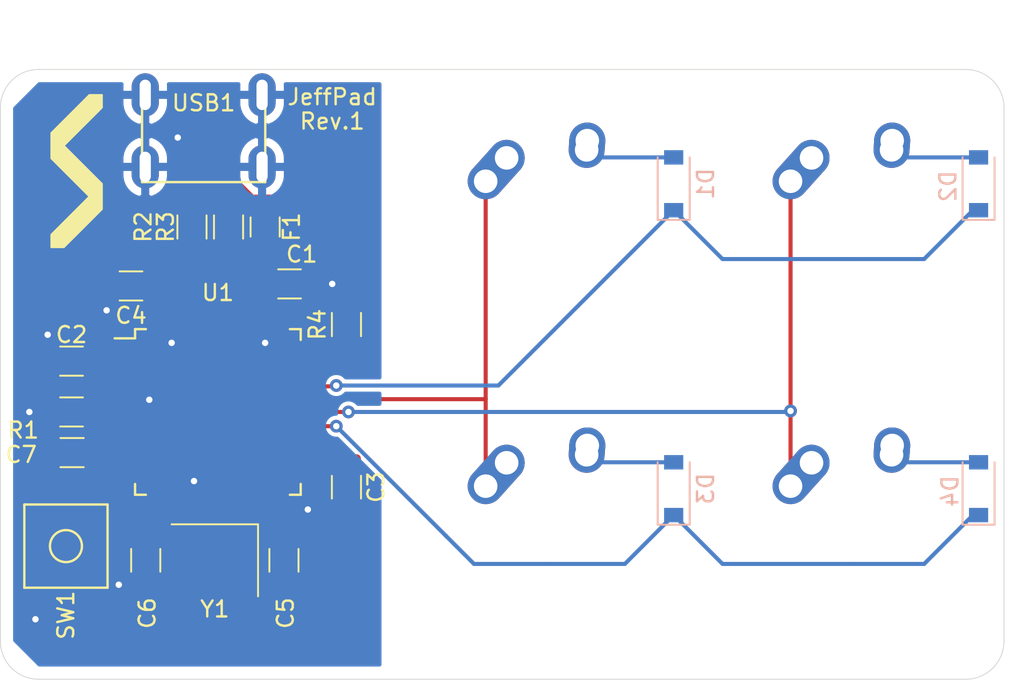
<source format=kicad_pcb>
(kicad_pcb (version 20171130) (host pcbnew "(5.1.7)-1")

  (general
    (thickness 1.6)
    (drawings 16)
    (tracks 157)
    (zones 0)
    (modules 24)
    (nets 44)
  )

  (page A4)
  (layers
    (0 F.Cu signal)
    (31 B.Cu signal)
    (32 B.Adhes user)
    (33 F.Adhes user)
    (34 B.Paste user)
    (35 F.Paste user)
    (36 B.SilkS user)
    (37 F.SilkS user)
    (38 B.Mask user)
    (39 F.Mask user)
    (40 Dwgs.User user)
    (41 Cmts.User user)
    (42 Eco1.User user)
    (43 Eco2.User user)
    (44 Edge.Cuts user)
    (45 Margin user)
    (46 B.CrtYd user hide)
    (47 F.CrtYd user hide)
    (48 B.Fab user hide)
    (49 F.Fab user hide)
  )

  (setup
    (last_trace_width 0.254)
    (trace_clearance 0.2)
    (zone_clearance 0.254)
    (zone_45_only no)
    (trace_min 0.2)
    (via_size 0.8)
    (via_drill 0.4)
    (via_min_size 0.4)
    (via_min_drill 0.3)
    (uvia_size 0.3)
    (uvia_drill 0.1)
    (uvias_allowed no)
    (uvia_min_size 0.2)
    (uvia_min_drill 0.1)
    (edge_width 0.05)
    (segment_width 0.2)
    (pcb_text_width 0.3)
    (pcb_text_size 1.5 1.5)
    (mod_edge_width 0.12)
    (mod_text_size 1 1)
    (mod_text_width 0.15)
    (pad_size 1.524 1.524)
    (pad_drill 0.762)
    (pad_to_mask_clearance 0)
    (aux_axis_origin 0 0)
    (visible_elements 7FFFFFFF)
    (pcbplotparams
      (layerselection 0x010fc_ffffffff)
      (usegerberextensions false)
      (usegerberattributes true)
      (usegerberadvancedattributes true)
      (creategerberjobfile true)
      (excludeedgelayer true)
      (linewidth 0.100000)
      (plotframeref false)
      (viasonmask false)
      (mode 1)
      (useauxorigin false)
      (hpglpennumber 1)
      (hpglpenspeed 20)
      (hpglpendiameter 15.000000)
      (psnegative false)
      (psa4output false)
      (plotreference true)
      (plotvalue false)
      (plotinvisibletext false)
      (padsonsilk false)
      (subtractmaskfromsilk false)
      (outputformat 1)
      (mirror false)
      (drillshape 0)
      (scaleselection 1)
      (outputdirectory ""))
  )

  (net 0 "")
  (net 1 GND)
  (net 2 +5V)
  (net 3 "Net-(C5-Pad1)")
  (net 4 "Net-(C6-Pad1)")
  (net 5 "Net-(C7-Pad1)")
  (net 6 "Net-(D1-Pad2)")
  (net 7 ROW_0)
  (net 8 "Net-(D2-Pad2)")
  (net 9 "Net-(D3-Pad2)")
  (net 10 ROW_1)
  (net 11 "Net-(D4-Pad2)")
  (net 12 VCC)
  (net 13 COL_0)
  (net 14 COL_1)
  (net 15 D+)
  (net 16 "Net-(R2-Pad1)")
  (net 17 "Net-(R3-Pad2)")
  (net 18 D-)
  (net 19 "Net-(U1-Pad42)")
  (net 20 "Net-(U1-Pad41)")
  (net 21 "Net-(U1-Pad40)")
  (net 22 "Net-(U1-Pad39)")
  (net 23 "Net-(U1-Pad38)")
  (net 24 "Net-(U1-Pad37)")
  (net 25 "Net-(U1-Pad36)")
  (net 26 "Net-(U1-Pad32)")
  (net 27 "Net-(U1-Pad31)")
  (net 28 "Net-(U1-Pad26)")
  (net 29 "Net-(U1-Pad25)")
  (net 30 "Net-(U1-Pad22)")
  (net 31 "Net-(U1-Pad21)")
  (net 32 "Net-(U1-Pad20)")
  (net 33 "Net-(U1-Pad19)")
  (net 34 "Net-(U1-Pad18)")
  (net 35 "Net-(U1-Pad12)")
  (net 36 "Net-(U1-Pad11)")
  (net 37 "Net-(U1-Pad10)")
  (net 38 "Net-(U1-Pad9)")
  (net 39 "Net-(U1-Pad8)")
  (net 40 "Net-(U1-Pad1)")
  (net 41 "Net-(USB1-Pad2)")
  (net 42 "Net-(R1-Pad1)")
  (net 43 "Net-(R4-Pad1)")

  (net_class Default "This is the default net class."
    (clearance 0.2)
    (trace_width 0.254)
    (via_dia 0.8)
    (via_drill 0.4)
    (uvia_dia 0.3)
    (uvia_drill 0.1)
    (add_net COL_0)
    (add_net COL_1)
    (add_net D+)
    (add_net D-)
    (add_net "Net-(C5-Pad1)")
    (add_net "Net-(C6-Pad1)")
    (add_net "Net-(C7-Pad1)")
    (add_net "Net-(D1-Pad2)")
    (add_net "Net-(D2-Pad2)")
    (add_net "Net-(D3-Pad2)")
    (add_net "Net-(D4-Pad2)")
    (add_net "Net-(R1-Pad1)")
    (add_net "Net-(R2-Pad1)")
    (add_net "Net-(R3-Pad2)")
    (add_net "Net-(R4-Pad1)")
    (add_net "Net-(U1-Pad1)")
    (add_net "Net-(U1-Pad10)")
    (add_net "Net-(U1-Pad11)")
    (add_net "Net-(U1-Pad12)")
    (add_net "Net-(U1-Pad18)")
    (add_net "Net-(U1-Pad19)")
    (add_net "Net-(U1-Pad20)")
    (add_net "Net-(U1-Pad21)")
    (add_net "Net-(U1-Pad22)")
    (add_net "Net-(U1-Pad25)")
    (add_net "Net-(U1-Pad26)")
    (add_net "Net-(U1-Pad31)")
    (add_net "Net-(U1-Pad32)")
    (add_net "Net-(U1-Pad36)")
    (add_net "Net-(U1-Pad37)")
    (add_net "Net-(U1-Pad38)")
    (add_net "Net-(U1-Pad39)")
    (add_net "Net-(U1-Pad40)")
    (add_net "Net-(U1-Pad41)")
    (add_net "Net-(U1-Pad42)")
    (add_net "Net-(U1-Pad8)")
    (add_net "Net-(U1-Pad9)")
    (add_net "Net-(USB1-Pad2)")
    (add_net ROW_0)
    (add_net ROW_1)
  )

  (net_class Power ""
    (clearance 0.2)
    (trace_width 0.381)
    (via_dia 0.8)
    (via_drill 0.4)
    (uvia_dia 0.3)
    (uvia_drill 0.1)
    (add_net +5V)
    (add_net GND)
    (add_net VCC)
  )

  (module Crystal:Crystal_SMD_3225-4Pin_3.2x2.5mm_HandSoldering (layer F.Cu) (tedit 5A0FD1B2) (tstamp 5F965145)
    (at 34.82975 76.708 180)
    (descr "SMD Crystal SERIES SMD3225/4 http://www.txccrystal.com/images/pdf/7m-accuracy.pdf, hand-soldering, 3.2x2.5mm^2 package")
    (tags "SMD SMT crystal hand-soldering")
    (path /5F976D48)
    (attr smd)
    (fp_text reference Y1 (at 0 -3.05) (layer F.SilkS)
      (effects (font (size 1 1) (thickness 0.15)))
    )
    (fp_text value Crystal_GND24_Small (at 0 3.05) (layer F.Fab)
      (effects (font (size 1 1) (thickness 0.15)))
    )
    (fp_line (start -1.6 -1.25) (end -1.6 1.25) (layer F.Fab) (width 0.1))
    (fp_line (start -1.6 1.25) (end 1.6 1.25) (layer F.Fab) (width 0.1))
    (fp_line (start 1.6 1.25) (end 1.6 -1.25) (layer F.Fab) (width 0.1))
    (fp_line (start 1.6 -1.25) (end -1.6 -1.25) (layer F.Fab) (width 0.1))
    (fp_line (start -1.6 0.25) (end -0.6 1.25) (layer F.Fab) (width 0.1))
    (fp_line (start -2.7 -2.25) (end -2.7 2.25) (layer F.SilkS) (width 0.12))
    (fp_line (start -2.7 2.25) (end 2.7 2.25) (layer F.SilkS) (width 0.12))
    (fp_line (start -2.8 -2.3) (end -2.8 2.3) (layer F.CrtYd) (width 0.05))
    (fp_line (start -2.8 2.3) (end 2.8 2.3) (layer F.CrtYd) (width 0.05))
    (fp_line (start 2.8 2.3) (end 2.8 -2.3) (layer F.CrtYd) (width 0.05))
    (fp_line (start 2.8 -2.3) (end -2.8 -2.3) (layer F.CrtYd) (width 0.05))
    (fp_text user %R (at 0 0) (layer F.Fab)
      (effects (font (size 0.7 0.7) (thickness 0.105)))
    )
    (pad 4 smd rect (at -1.45 -1.15 180) (size 2.1 1.8) (layers F.Cu F.Paste F.Mask)
      (net 3 "Net-(C5-Pad1)"))
    (pad 3 smd rect (at 1.45 -1.15 180) (size 2.1 1.8) (layers F.Cu F.Paste F.Mask)
      (net 1 GND))
    (pad 2 smd rect (at 1.45 1.15 180) (size 2.1 1.8) (layers F.Cu F.Paste F.Mask)
      (net 4 "Net-(C6-Pad1)"))
    (pad 1 smd rect (at -1.45 1.15 180) (size 2.1 1.8) (layers F.Cu F.Paste F.Mask)
      (net 1 GND))
    (model ${KISYS3DMOD}/Crystal.3dshapes/Crystal_SMD_3225-4Pin_3.2x2.5mm_HandSoldering.wrl
      (at (xyz 0 0 0))
      (scale (xyz 1 1 1))
      (rotate (xyz 0 0 0))
    )
  )

  (module random-keyboard-parts:Molex-0548190589 (layer F.Cu) (tedit 5C494815) (tstamp 5F9633DD)
    (at 34.13125 47.625 270)
    (path /5F9AE5FB)
    (attr smd)
    (fp_text reference USB1 (at 0.508 0) (layer F.SilkS)
      (effects (font (size 1 1) (thickness 0.15)))
    )
    (fp_text value Molex-0548190589 (at -5.08 0) (layer Dwgs.User)
      (effects (font (size 1 1) (thickness 0.15)))
    )
    (fp_line (start -3.75 -3.85) (end -3.75 3.85) (layer Dwgs.User) (width 0.15))
    (fp_line (start -1.75 -4.572) (end -1.75 4.572) (layer Dwgs.User) (width 0.15))
    (fp_line (start -3.75 3.85) (end 0 3.85) (layer Dwgs.User) (width 0.15))
    (fp_line (start -3.75 -3.85) (end 0 -3.85) (layer Dwgs.User) (width 0.15))
    (fp_line (start 5.45 -3.85) (end 5.45 3.85) (layer F.SilkS) (width 0.15))
    (fp_line (start 0 3.85) (end 5.45 3.85) (layer F.SilkS) (width 0.15))
    (fp_line (start 0 -3.85) (end 5.45 -3.85) (layer F.SilkS) (width 0.15))
    (fp_line (start -3.75 -3.75) (end 5.5 -3.75) (layer F.CrtYd) (width 0.15))
    (fp_line (start 5.5 -3.75) (end 5.5 3.75) (layer F.CrtYd) (width 0.15))
    (fp_line (start 5.5 3.75) (end -3.75 3.75) (layer F.CrtYd) (width 0.15))
    (fp_line (start -3.75 3.75) (end -3.75 -3.75) (layer F.CrtYd) (width 0.15))
    (fp_line (start 5.5 -2) (end 3.25 -2) (layer F.CrtYd) (width 0.15))
    (fp_line (start 3.25 -2) (end 3.25 2) (layer F.CrtYd) (width 0.15))
    (fp_line (start 3.25 2) (end 5.5 2) (layer F.CrtYd) (width 0.15))
    (fp_line (start 5.5 1.25) (end 3.25 1.25) (layer F.CrtYd) (width 0.15))
    (fp_line (start 3.25 0.5) (end 5.5 0.5) (layer F.CrtYd) (width 0.15))
    (fp_line (start 5.5 -0.5) (end 3.25 -0.5) (layer F.CrtYd) (width 0.15))
    (fp_line (start 3.25 -1.25) (end 5.5 -1.25) (layer F.CrtYd) (width 0.15))
    (fp_text user %R (at 2 0) (layer F.CrtYd)
      (effects (font (size 1 1) (thickness 0.15)))
    )
    (pad 6 thru_hole oval (at 0 -3.65 270) (size 2.7 1.7) (drill oval 1.9 0.7) (layers *.Cu *.Mask)
      (net 1 GND))
    (pad 6 thru_hole oval (at 0 3.65 270) (size 2.7 1.7) (drill oval 1.9 0.7) (layers *.Cu *.Mask)
      (net 1 GND))
    (pad 6 thru_hole oval (at 4.5 3.65 270) (size 2.7 1.7) (drill oval 1.9 0.7) (layers *.Cu *.Mask)
      (net 1 GND))
    (pad 6 thru_hole oval (at 4.5 -3.65 270) (size 2.7 1.7) (drill oval 1.9 0.7) (layers *.Cu *.Mask)
      (net 1 GND))
    (pad 5 smd rect (at 4.5 -1.6 270) (size 2.25 0.5) (layers F.Cu F.Paste F.Mask)
      (net 12 VCC))
    (pad 4 smd rect (at 4.5 -0.8 270) (size 2.25 0.5) (layers F.Cu F.Paste F.Mask)
      (net 18 D-))
    (pad 3 smd rect (at 4.5 0 270) (size 2.25 0.5) (layers F.Cu F.Paste F.Mask)
      (net 15 D+))
    (pad 2 smd rect (at 4.5 0.8 270) (size 2.25 0.5) (layers F.Cu F.Paste F.Mask)
      (net 41 "Net-(USB1-Pad2)"))
    (pad 1 smd rect (at 4.5 1.6 270) (size 2.25 0.5) (layers F.Cu F.Paste F.Mask)
      (net 1 GND))
  )

  (module Package_QFP:TQFP-44_10x10mm_P0.8mm (layer F.Cu) (tedit 5A02F146) (tstamp 5F96504E)
    (at 35.02025 67.437)
    (descr "44-Lead Plastic Thin Quad Flatpack (PT) - 10x10x1.0 mm Body [TQFP] (see Microchip Packaging Specification 00000049BS.pdf)")
    (tags "QFP 0.8")
    (path /5F95D31D)
    (attr smd)
    (fp_text reference U1 (at 0 -7.45) (layer F.SilkS)
      (effects (font (size 1 1) (thickness 0.15)))
    )
    (fp_text value ATmega32U4-AU (at 0 7.45) (layer F.Fab)
      (effects (font (size 1 1) (thickness 0.15)))
    )
    (fp_line (start -4 -5) (end 5 -5) (layer F.Fab) (width 0.15))
    (fp_line (start 5 -5) (end 5 5) (layer F.Fab) (width 0.15))
    (fp_line (start 5 5) (end -5 5) (layer F.Fab) (width 0.15))
    (fp_line (start -5 5) (end -5 -4) (layer F.Fab) (width 0.15))
    (fp_line (start -5 -4) (end -4 -5) (layer F.Fab) (width 0.15))
    (fp_line (start -6.7 -6.7) (end -6.7 6.7) (layer F.CrtYd) (width 0.05))
    (fp_line (start 6.7 -6.7) (end 6.7 6.7) (layer F.CrtYd) (width 0.05))
    (fp_line (start -6.7 -6.7) (end 6.7 -6.7) (layer F.CrtYd) (width 0.05))
    (fp_line (start -6.7 6.7) (end 6.7 6.7) (layer F.CrtYd) (width 0.05))
    (fp_line (start -5.175 -5.175) (end -5.175 -4.6) (layer F.SilkS) (width 0.15))
    (fp_line (start 5.175 -5.175) (end 5.175 -4.5) (layer F.SilkS) (width 0.15))
    (fp_line (start 5.175 5.175) (end 5.175 4.5) (layer F.SilkS) (width 0.15))
    (fp_line (start -5.175 5.175) (end -5.175 4.5) (layer F.SilkS) (width 0.15))
    (fp_line (start -5.175 -5.175) (end -4.5 -5.175) (layer F.SilkS) (width 0.15))
    (fp_line (start -5.175 5.175) (end -4.5 5.175) (layer F.SilkS) (width 0.15))
    (fp_line (start 5.175 5.175) (end 4.5 5.175) (layer F.SilkS) (width 0.15))
    (fp_line (start 5.175 -5.175) (end 4.5 -5.175) (layer F.SilkS) (width 0.15))
    (fp_line (start -5.175 -4.6) (end -6.45 -4.6) (layer F.SilkS) (width 0.15))
    (fp_text user %R (at 0 0) (layer F.Fab)
      (effects (font (size 1 1) (thickness 0.15)))
    )
    (pad 44 smd rect (at -4 -5.7 90) (size 1.5 0.55) (layers F.Cu F.Paste F.Mask)
      (net 2 +5V))
    (pad 43 smd rect (at -3.2 -5.7 90) (size 1.5 0.55) (layers F.Cu F.Paste F.Mask)
      (net 1 GND))
    (pad 42 smd rect (at -2.4 -5.7 90) (size 1.5 0.55) (layers F.Cu F.Paste F.Mask)
      (net 19 "Net-(U1-Pad42)"))
    (pad 41 smd rect (at -1.6 -5.7 90) (size 1.5 0.55) (layers F.Cu F.Paste F.Mask)
      (net 20 "Net-(U1-Pad41)"))
    (pad 40 smd rect (at -0.8 -5.7 90) (size 1.5 0.55) (layers F.Cu F.Paste F.Mask)
      (net 21 "Net-(U1-Pad40)"))
    (pad 39 smd rect (at 0 -5.7 90) (size 1.5 0.55) (layers F.Cu F.Paste F.Mask)
      (net 22 "Net-(U1-Pad39)"))
    (pad 38 smd rect (at 0.8 -5.7 90) (size 1.5 0.55) (layers F.Cu F.Paste F.Mask)
      (net 23 "Net-(U1-Pad38)"))
    (pad 37 smd rect (at 1.6 -5.7 90) (size 1.5 0.55) (layers F.Cu F.Paste F.Mask)
      (net 24 "Net-(U1-Pad37)"))
    (pad 36 smd rect (at 2.4 -5.7 90) (size 1.5 0.55) (layers F.Cu F.Paste F.Mask)
      (net 25 "Net-(U1-Pad36)"))
    (pad 35 smd rect (at 3.2 -5.7 90) (size 1.5 0.55) (layers F.Cu F.Paste F.Mask)
      (net 1 GND))
    (pad 34 smd rect (at 4 -5.7 90) (size 1.5 0.55) (layers F.Cu F.Paste F.Mask)
      (net 2 +5V))
    (pad 33 smd rect (at 5.7 -4) (size 1.5 0.55) (layers F.Cu F.Paste F.Mask)
      (net 43 "Net-(R4-Pad1)"))
    (pad 32 smd rect (at 5.7 -3.2) (size 1.5 0.55) (layers F.Cu F.Paste F.Mask)
      (net 26 "Net-(U1-Pad32)"))
    (pad 31 smd rect (at 5.7 -2.4) (size 1.5 0.55) (layers F.Cu F.Paste F.Mask)
      (net 27 "Net-(U1-Pad31)"))
    (pad 30 smd rect (at 5.7 -1.6) (size 1.5 0.55) (layers F.Cu F.Paste F.Mask)
      (net 7 ROW_0))
    (pad 29 smd rect (at 5.7 -0.8) (size 1.5 0.55) (layers F.Cu F.Paste F.Mask)
      (net 13 COL_0))
    (pad 28 smd rect (at 5.7 0) (size 1.5 0.55) (layers F.Cu F.Paste F.Mask)
      (net 14 COL_1))
    (pad 27 smd rect (at 5.7 0.8) (size 1.5 0.55) (layers F.Cu F.Paste F.Mask)
      (net 10 ROW_1))
    (pad 26 smd rect (at 5.7 1.6) (size 1.5 0.55) (layers F.Cu F.Paste F.Mask)
      (net 28 "Net-(U1-Pad26)"))
    (pad 25 smd rect (at 5.7 2.4) (size 1.5 0.55) (layers F.Cu F.Paste F.Mask)
      (net 29 "Net-(U1-Pad25)"))
    (pad 24 smd rect (at 5.7 3.2) (size 1.5 0.55) (layers F.Cu F.Paste F.Mask)
      (net 2 +5V))
    (pad 23 smd rect (at 5.7 4) (size 1.5 0.55) (layers F.Cu F.Paste F.Mask)
      (net 1 GND))
    (pad 22 smd rect (at 4 5.7 90) (size 1.5 0.55) (layers F.Cu F.Paste F.Mask)
      (net 30 "Net-(U1-Pad22)"))
    (pad 21 smd rect (at 3.2 5.7 90) (size 1.5 0.55) (layers F.Cu F.Paste F.Mask)
      (net 31 "Net-(U1-Pad21)"))
    (pad 20 smd rect (at 2.4 5.7 90) (size 1.5 0.55) (layers F.Cu F.Paste F.Mask)
      (net 32 "Net-(U1-Pad20)"))
    (pad 19 smd rect (at 1.6 5.7 90) (size 1.5 0.55) (layers F.Cu F.Paste F.Mask)
      (net 33 "Net-(U1-Pad19)"))
    (pad 18 smd rect (at 0.8 5.7 90) (size 1.5 0.55) (layers F.Cu F.Paste F.Mask)
      (net 34 "Net-(U1-Pad18)"))
    (pad 17 smd rect (at 0 5.7 90) (size 1.5 0.55) (layers F.Cu F.Paste F.Mask)
      (net 3 "Net-(C5-Pad1)"))
    (pad 16 smd rect (at -0.8 5.7 90) (size 1.5 0.55) (layers F.Cu F.Paste F.Mask)
      (net 4 "Net-(C6-Pad1)"))
    (pad 15 smd rect (at -1.6 5.7 90) (size 1.5 0.55) (layers F.Cu F.Paste F.Mask)
      (net 1 GND))
    (pad 14 smd rect (at -2.4 5.7 90) (size 1.5 0.55) (layers F.Cu F.Paste F.Mask)
      (net 2 +5V))
    (pad 13 smd rect (at -3.2 5.7 90) (size 1.5 0.55) (layers F.Cu F.Paste F.Mask)
      (net 42 "Net-(R1-Pad1)"))
    (pad 12 smd rect (at -4 5.7 90) (size 1.5 0.55) (layers F.Cu F.Paste F.Mask)
      (net 35 "Net-(U1-Pad12)"))
    (pad 11 smd rect (at -5.7 4) (size 1.5 0.55) (layers F.Cu F.Paste F.Mask)
      (net 36 "Net-(U1-Pad11)"))
    (pad 10 smd rect (at -5.7 3.2) (size 1.5 0.55) (layers F.Cu F.Paste F.Mask)
      (net 37 "Net-(U1-Pad10)"))
    (pad 9 smd rect (at -5.7 2.4) (size 1.5 0.55) (layers F.Cu F.Paste F.Mask)
      (net 38 "Net-(U1-Pad9)"))
    (pad 8 smd rect (at -5.7 1.6) (size 1.5 0.55) (layers F.Cu F.Paste F.Mask)
      (net 39 "Net-(U1-Pad8)"))
    (pad 7 smd rect (at -5.7 0.8) (size 1.5 0.55) (layers F.Cu F.Paste F.Mask)
      (net 2 +5V))
    (pad 6 smd rect (at -5.7 0) (size 1.5 0.55) (layers F.Cu F.Paste F.Mask)
      (net 5 "Net-(C7-Pad1)"))
    (pad 5 smd rect (at -5.7 -0.8) (size 1.5 0.55) (layers F.Cu F.Paste F.Mask)
      (net 1 GND))
    (pad 4 smd rect (at -5.7 -1.6) (size 1.5 0.55) (layers F.Cu F.Paste F.Mask)
      (net 16 "Net-(R2-Pad1)"))
    (pad 3 smd rect (at -5.7 -2.4) (size 1.5 0.55) (layers F.Cu F.Paste F.Mask)
      (net 17 "Net-(R3-Pad2)"))
    (pad 2 smd rect (at -5.7 -3.2) (size 1.5 0.55) (layers F.Cu F.Paste F.Mask)
      (net 2 +5V))
    (pad 1 smd rect (at -5.7 -4) (size 1.5 0.55) (layers F.Cu F.Paste F.Mask)
      (net 40 "Net-(U1-Pad1)"))
    (model ${KISYS3DMOD}/Package_QFP.3dshapes/TQFP-44_10x10mm_P0.8mm.wrl
      (at (xyz 0 0 0))
      (scale (xyz 1 1 1))
      (rotate (xyz 0 0 0))
    )
  )

  (module random-keyboard-parts:SKQG-1155865 (layer F.Cu) (tedit 5E62B398) (tstamp 5F9651B8)
    (at 25.527 75.819 270)
    (path /5F98A16A)
    (attr smd)
    (fp_text reference SW1 (at 4.318 0 90) (layer F.SilkS)
      (effects (font (size 1 1) (thickness 0.15)))
    )
    (fp_text value SW_Push (at 0 -4.064 90) (layer F.Fab)
      (effects (font (size 1 1) (thickness 0.15)))
    )
    (fp_line (start -2.6 1.1) (end -1.1 2.6) (layer F.Fab) (width 0.15))
    (fp_line (start 2.6 1.1) (end 1.1 2.6) (layer F.Fab) (width 0.15))
    (fp_line (start 2.6 -1.1) (end 1.1 -2.6) (layer F.Fab) (width 0.15))
    (fp_line (start -2.6 -1.1) (end -1.1 -2.6) (layer F.Fab) (width 0.15))
    (fp_circle (center 0 0) (end 1 0) (layer F.Fab) (width 0.15))
    (fp_line (start -4.2 -1.1) (end -4.2 -2.6) (layer F.Fab) (width 0.15))
    (fp_line (start -2.6 -1.1) (end -4.2 -1.1) (layer F.Fab) (width 0.15))
    (fp_line (start -2.6 1.1) (end -2.6 -1.1) (layer F.Fab) (width 0.15))
    (fp_line (start -4.2 1.1) (end -2.6 1.1) (layer F.Fab) (width 0.15))
    (fp_line (start -4.2 2.6) (end -4.2 1.1) (layer F.Fab) (width 0.15))
    (fp_line (start 4.2 2.6) (end -4.2 2.6) (layer F.Fab) (width 0.15))
    (fp_line (start 4.2 1.1) (end 4.2 2.6) (layer F.Fab) (width 0.15))
    (fp_line (start 2.6 1.1) (end 4.2 1.1) (layer F.Fab) (width 0.15))
    (fp_line (start 2.6 -1.1) (end 2.6 1.1) (layer F.Fab) (width 0.15))
    (fp_line (start 4.2 -1.1) (end 2.6 -1.1) (layer F.Fab) (width 0.15))
    (fp_line (start 4.2 -2.6) (end 4.2 -1.2) (layer F.Fab) (width 0.15))
    (fp_line (start -4.2 -2.6) (end 4.2 -2.6) (layer F.Fab) (width 0.15))
    (fp_circle (center 0 0) (end 1 0) (layer F.SilkS) (width 0.15))
    (fp_line (start -2.6 2.6) (end -2.6 -2.6) (layer F.SilkS) (width 0.15))
    (fp_line (start 2.6 2.6) (end -2.6 2.6) (layer F.SilkS) (width 0.15))
    (fp_line (start 2.6 -2.6) (end 2.6 2.6) (layer F.SilkS) (width 0.15))
    (fp_line (start -2.6 -2.6) (end 2.6 -2.6) (layer F.SilkS) (width 0.15))
    (pad 4 smd rect (at -3.1 1.85 270) (size 1.8 1.1) (layers F.Cu F.Paste F.Mask))
    (pad 3 smd rect (at 3.1 -1.85 270) (size 1.8 1.1) (layers F.Cu F.Paste F.Mask))
    (pad 2 smd rect (at -3.1 -1.85 270) (size 1.8 1.1) (layers F.Cu F.Paste F.Mask)
      (net 42 "Net-(R1-Pad1)"))
    (pad 1 smd rect (at 3.1 1.85 270) (size 1.8 1.1) (layers F.Cu F.Paste F.Mask)
      (net 1 GND))
    (model ${KISYS3DMOD}/Button_Switch_SMD.3dshapes/SW_SPST_TL3342.step
      (at (xyz 0 0 0))
      (scale (xyz 1 1 1))
      (rotate (xyz 0 0 0))
    )
  )

  (module Resistor_SMD:R_1206_3216Metric (layer F.Cu) (tedit 5F68FEEE) (tstamp 5F9650E2)
    (at 43.053 61.976 90)
    (descr "Resistor SMD 1206 (3216 Metric), square (rectangular) end terminal, IPC_7351 nominal, (Body size source: IPC-SM-782 page 72, https://www.pcb-3d.com/wordpress/wp-content/uploads/ipc-sm-782a_amendment_1_and_2.pdf), generated with kicad-footprint-generator")
    (tags resistor)
    (path /5F961FCF)
    (attr smd)
    (fp_text reference R4 (at 0 -1.82 90) (layer F.SilkS)
      (effects (font (size 1 1) (thickness 0.15)))
    )
    (fp_text value 10k (at 0 1.82 90) (layer F.Fab)
      (effects (font (size 1 1) (thickness 0.15)))
    )
    (fp_line (start -1.6 0.8) (end -1.6 -0.8) (layer F.Fab) (width 0.1))
    (fp_line (start -1.6 -0.8) (end 1.6 -0.8) (layer F.Fab) (width 0.1))
    (fp_line (start 1.6 -0.8) (end 1.6 0.8) (layer F.Fab) (width 0.1))
    (fp_line (start 1.6 0.8) (end -1.6 0.8) (layer F.Fab) (width 0.1))
    (fp_line (start -0.727064 -0.91) (end 0.727064 -0.91) (layer F.SilkS) (width 0.12))
    (fp_line (start -0.727064 0.91) (end 0.727064 0.91) (layer F.SilkS) (width 0.12))
    (fp_line (start -2.28 1.12) (end -2.28 -1.12) (layer F.CrtYd) (width 0.05))
    (fp_line (start -2.28 -1.12) (end 2.28 -1.12) (layer F.CrtYd) (width 0.05))
    (fp_line (start 2.28 -1.12) (end 2.28 1.12) (layer F.CrtYd) (width 0.05))
    (fp_line (start 2.28 1.12) (end -2.28 1.12) (layer F.CrtYd) (width 0.05))
    (fp_text user %R (at 0 0 90) (layer F.Fab)
      (effects (font (size 0.8 0.8) (thickness 0.12)))
    )
    (pad 2 smd roundrect (at 1.4625 0 90) (size 1.125 1.75) (layers F.Cu F.Paste F.Mask) (roundrect_rratio 0.2222213333333333)
      (net 1 GND))
    (pad 1 smd roundrect (at -1.4625 0 90) (size 1.125 1.75) (layers F.Cu F.Paste F.Mask) (roundrect_rratio 0.2222213333333333)
      (net 43 "Net-(R4-Pad1)"))
    (model ${KISYS3DMOD}/Resistor_SMD.3dshapes/R_1206_3216Metric.wrl
      (at (xyz 0 0 0))
      (scale (xyz 1 1 1))
      (rotate (xyz 0 0 0))
    )
  )

  (module Resistor_SMD:R_1206_3216Metric (layer F.Cu) (tedit 5F68FEEE) (tstamp 5F96334B)
    (at 35.687 55.88 270)
    (descr "Resistor SMD 1206 (3216 Metric), square (rectangular) end terminal, IPC_7351 nominal, (Body size source: IPC-SM-782 page 72, https://www.pcb-3d.com/wordpress/wp-content/uploads/ipc-sm-782a_amendment_1_and_2.pdf), generated with kicad-footprint-generator")
    (tags resistor)
    (path /5F966E1A)
    (attr smd)
    (fp_text reference R3 (at 0 3.937 90) (layer F.SilkS)
      (effects (font (size 1 1) (thickness 0.15)))
    )
    (fp_text value 22 (at 0 1.82 90) (layer F.Fab)
      (effects (font (size 1 1) (thickness 0.15)))
    )
    (fp_line (start -1.6 0.8) (end -1.6 -0.8) (layer F.Fab) (width 0.1))
    (fp_line (start -1.6 -0.8) (end 1.6 -0.8) (layer F.Fab) (width 0.1))
    (fp_line (start 1.6 -0.8) (end 1.6 0.8) (layer F.Fab) (width 0.1))
    (fp_line (start 1.6 0.8) (end -1.6 0.8) (layer F.Fab) (width 0.1))
    (fp_line (start -0.727064 -0.91) (end 0.727064 -0.91) (layer F.SilkS) (width 0.12))
    (fp_line (start -0.727064 0.91) (end 0.727064 0.91) (layer F.SilkS) (width 0.12))
    (fp_line (start -2.28 1.12) (end -2.28 -1.12) (layer F.CrtYd) (width 0.05))
    (fp_line (start -2.28 -1.12) (end 2.28 -1.12) (layer F.CrtYd) (width 0.05))
    (fp_line (start 2.28 -1.12) (end 2.28 1.12) (layer F.CrtYd) (width 0.05))
    (fp_line (start 2.28 1.12) (end -2.28 1.12) (layer F.CrtYd) (width 0.05))
    (fp_text user %R (at 0 0 90) (layer F.Fab)
      (effects (font (size 0.8 0.8) (thickness 0.12)))
    )
    (pad 2 smd roundrect (at 1.4625 0 270) (size 1.125 1.75) (layers F.Cu F.Paste F.Mask) (roundrect_rratio 0.2222213333333333)
      (net 17 "Net-(R3-Pad2)"))
    (pad 1 smd roundrect (at -1.4625 0 270) (size 1.125 1.75) (layers F.Cu F.Paste F.Mask) (roundrect_rratio 0.2222213333333333)
      (net 18 D-))
    (model ${KISYS3DMOD}/Resistor_SMD.3dshapes/R_1206_3216Metric.wrl
      (at (xyz 0 0 0))
      (scale (xyz 1 1 1))
      (rotate (xyz 0 0 0))
    )
  )

  (module Resistor_SMD:R_1206_3216Metric (layer F.Cu) (tedit 5F68FEEE) (tstamp 5F96333A)
    (at 33.401 55.88 90)
    (descr "Resistor SMD 1206 (3216 Metric), square (rectangular) end terminal, IPC_7351 nominal, (Body size source: IPC-SM-782 page 72, https://www.pcb-3d.com/wordpress/wp-content/uploads/ipc-sm-782a_amendment_1_and_2.pdf), generated with kicad-footprint-generator")
    (tags resistor)
    (path /5F965F89)
    (attr smd)
    (fp_text reference R2 (at 0 -3.048 90) (layer F.SilkS)
      (effects (font (size 1 1) (thickness 0.15)))
    )
    (fp_text value 22 (at 0 1.82 90) (layer F.Fab)
      (effects (font (size 1 1) (thickness 0.15)))
    )
    (fp_line (start -1.6 0.8) (end -1.6 -0.8) (layer F.Fab) (width 0.1))
    (fp_line (start -1.6 -0.8) (end 1.6 -0.8) (layer F.Fab) (width 0.1))
    (fp_line (start 1.6 -0.8) (end 1.6 0.8) (layer F.Fab) (width 0.1))
    (fp_line (start 1.6 0.8) (end -1.6 0.8) (layer F.Fab) (width 0.1))
    (fp_line (start -0.727064 -0.91) (end 0.727064 -0.91) (layer F.SilkS) (width 0.12))
    (fp_line (start -0.727064 0.91) (end 0.727064 0.91) (layer F.SilkS) (width 0.12))
    (fp_line (start -2.28 1.12) (end -2.28 -1.12) (layer F.CrtYd) (width 0.05))
    (fp_line (start -2.28 -1.12) (end 2.28 -1.12) (layer F.CrtYd) (width 0.05))
    (fp_line (start 2.28 -1.12) (end 2.28 1.12) (layer F.CrtYd) (width 0.05))
    (fp_line (start 2.28 1.12) (end -2.28 1.12) (layer F.CrtYd) (width 0.05))
    (fp_text user %R (at 0 0 90) (layer F.Fab)
      (effects (font (size 0.8 0.8) (thickness 0.12)))
    )
    (pad 2 smd roundrect (at 1.4625 0 90) (size 1.125 1.75) (layers F.Cu F.Paste F.Mask) (roundrect_rratio 0.2222213333333333)
      (net 15 D+))
    (pad 1 smd roundrect (at -1.4625 0 90) (size 1.125 1.75) (layers F.Cu F.Paste F.Mask) (roundrect_rratio 0.2222213333333333)
      (net 16 "Net-(R2-Pad1)"))
    (model ${KISYS3DMOD}/Resistor_SMD.3dshapes/R_1206_3216Metric.wrl
      (at (xyz 0 0 0))
      (scale (xyz 1 1 1))
      (rotate (xyz 0 0 0))
    )
  )

  (module Resistor_SMD:R_1206_3216Metric (layer F.Cu) (tedit 5F68FEEE) (tstamp 5F964FEC)
    (at 25.908 69.977)
    (descr "Resistor SMD 1206 (3216 Metric), square (rectangular) end terminal, IPC_7351 nominal, (Body size source: IPC-SM-782 page 72, https://www.pcb-3d.com/wordpress/wp-content/uploads/ipc-sm-782a_amendment_1_and_2.pdf), generated with kicad-footprint-generator")
    (tags resistor)
    (path /5F99FD61)
    (attr smd)
    (fp_text reference R1 (at -3.048 -1.397) (layer F.SilkS)
      (effects (font (size 1 1) (thickness 0.15)))
    )
    (fp_text value 10k (at 0 1.82) (layer F.Fab)
      (effects (font (size 1 1) (thickness 0.15)))
    )
    (fp_line (start -1.6 0.8) (end -1.6 -0.8) (layer F.Fab) (width 0.1))
    (fp_line (start -1.6 -0.8) (end 1.6 -0.8) (layer F.Fab) (width 0.1))
    (fp_line (start 1.6 -0.8) (end 1.6 0.8) (layer F.Fab) (width 0.1))
    (fp_line (start 1.6 0.8) (end -1.6 0.8) (layer F.Fab) (width 0.1))
    (fp_line (start -0.727064 -0.91) (end 0.727064 -0.91) (layer F.SilkS) (width 0.12))
    (fp_line (start -0.727064 0.91) (end 0.727064 0.91) (layer F.SilkS) (width 0.12))
    (fp_line (start -2.28 1.12) (end -2.28 -1.12) (layer F.CrtYd) (width 0.05))
    (fp_line (start -2.28 -1.12) (end 2.28 -1.12) (layer F.CrtYd) (width 0.05))
    (fp_line (start 2.28 -1.12) (end 2.28 1.12) (layer F.CrtYd) (width 0.05))
    (fp_line (start 2.28 1.12) (end -2.28 1.12) (layer F.CrtYd) (width 0.05))
    (fp_text user %R (at 0 0) (layer F.Fab)
      (effects (font (size 0.8 0.8) (thickness 0.12)))
    )
    (pad 2 smd roundrect (at 1.4625 0) (size 1.125 1.75) (layers F.Cu F.Paste F.Mask) (roundrect_rratio 0.2222213333333333)
      (net 2 +5V))
    (pad 1 smd roundrect (at -1.4625 0) (size 1.125 1.75) (layers F.Cu F.Paste F.Mask) (roundrect_rratio 0.2222213333333333)
      (net 42 "Net-(R1-Pad1)"))
    (model ${KISYS3DMOD}/Resistor_SMD.3dshapes/R_1206_3216Metric.wrl
      (at (xyz 0 0 0))
      (scale (xyz 1 1 1))
      (rotate (xyz 0 0 0))
    )
  )

  (module MX_Alps_Hybrid:MX-1U-NoLED (layer F.Cu) (tedit 5A9F5203) (tstamp 5F963318)
    (at 74.6125 74.6125)
    (path /5F9DF705)
    (fp_text reference MX4 (at 0 3.175) (layer Dwgs.User)
      (effects (font (size 1 1) (thickness 0.15)))
    )
    (fp_text value MX-NoLED (at 0 -7.9375) (layer Dwgs.User)
      (effects (font (size 1 1) (thickness 0.15)))
    )
    (fp_line (start 5 -7) (end 7 -7) (layer Dwgs.User) (width 0.15))
    (fp_line (start 7 -7) (end 7 -5) (layer Dwgs.User) (width 0.15))
    (fp_line (start 5 7) (end 7 7) (layer Dwgs.User) (width 0.15))
    (fp_line (start 7 7) (end 7 5) (layer Dwgs.User) (width 0.15))
    (fp_line (start -7 5) (end -7 7) (layer Dwgs.User) (width 0.15))
    (fp_line (start -7 7) (end -5 7) (layer Dwgs.User) (width 0.15))
    (fp_line (start -5 -7) (end -7 -7) (layer Dwgs.User) (width 0.15))
    (fp_line (start -7 -7) (end -7 -5) (layer Dwgs.User) (width 0.15))
    (fp_line (start -9.525 -9.525) (end 9.525 -9.525) (layer Dwgs.User) (width 0.15))
    (fp_line (start 9.525 -9.525) (end 9.525 9.525) (layer Dwgs.User) (width 0.15))
    (fp_line (start 9.525 9.525) (end -9.525 9.525) (layer Dwgs.User) (width 0.15))
    (fp_line (start -9.525 9.525) (end -9.525 -9.525) (layer Dwgs.User) (width 0.15))
    (pad "" np_thru_hole circle (at 5.08 0 48.0996) (size 1.75 1.75) (drill 1.75) (layers *.Cu *.Mask))
    (pad "" np_thru_hole circle (at -5.08 0 48.0996) (size 1.75 1.75) (drill 1.75) (layers *.Cu *.Mask))
    (pad 1 thru_hole circle (at -2.5 -4) (size 2.25 2.25) (drill 1.47) (layers *.Cu B.Mask)
      (net 14 COL_1))
    (pad "" np_thru_hole circle (at 0 0) (size 3.9878 3.9878) (drill 3.9878) (layers *.Cu *.Mask))
    (pad 1 thru_hole oval (at -3.81 -2.54 48.0996) (size 4.211556 2.25) (drill 1.47 (offset 0.980778 0)) (layers *.Cu B.Mask)
      (net 14 COL_1))
    (pad 2 thru_hole circle (at 2.54 -5.08) (size 2.25 2.25) (drill 1.47) (layers *.Cu B.Mask)
      (net 11 "Net-(D4-Pad2)"))
    (pad 2 thru_hole oval (at 2.5 -4.5 86.0548) (size 2.831378 2.25) (drill 1.47 (offset 0.290689 0)) (layers *.Cu B.Mask)
      (net 11 "Net-(D4-Pad2)"))
  )

  (module MX_Alps_Hybrid:MX-1U-NoLED (layer F.Cu) (tedit 5A9F5203) (tstamp 5F963301)
    (at 55.5625 74.6125)
    (path /5F9DEFEC)
    (fp_text reference MX3 (at 0 3.175) (layer Dwgs.User)
      (effects (font (size 1 1) (thickness 0.15)))
    )
    (fp_text value MX-NoLED (at 0 -7.9375) (layer Dwgs.User)
      (effects (font (size 1 1) (thickness 0.15)))
    )
    (fp_line (start 5 -7) (end 7 -7) (layer Dwgs.User) (width 0.15))
    (fp_line (start 7 -7) (end 7 -5) (layer Dwgs.User) (width 0.15))
    (fp_line (start 5 7) (end 7 7) (layer Dwgs.User) (width 0.15))
    (fp_line (start 7 7) (end 7 5) (layer Dwgs.User) (width 0.15))
    (fp_line (start -7 5) (end -7 7) (layer Dwgs.User) (width 0.15))
    (fp_line (start -7 7) (end -5 7) (layer Dwgs.User) (width 0.15))
    (fp_line (start -5 -7) (end -7 -7) (layer Dwgs.User) (width 0.15))
    (fp_line (start -7 -7) (end -7 -5) (layer Dwgs.User) (width 0.15))
    (fp_line (start -9.525 -9.525) (end 9.525 -9.525) (layer Dwgs.User) (width 0.15))
    (fp_line (start 9.525 -9.525) (end 9.525 9.525) (layer Dwgs.User) (width 0.15))
    (fp_line (start 9.525 9.525) (end -9.525 9.525) (layer Dwgs.User) (width 0.15))
    (fp_line (start -9.525 9.525) (end -9.525 -9.525) (layer Dwgs.User) (width 0.15))
    (pad "" np_thru_hole circle (at 5.08 0 48.0996) (size 1.75 1.75) (drill 1.75) (layers *.Cu *.Mask))
    (pad "" np_thru_hole circle (at -5.08 0 48.0996) (size 1.75 1.75) (drill 1.75) (layers *.Cu *.Mask))
    (pad 1 thru_hole circle (at -2.5 -4) (size 2.25 2.25) (drill 1.47) (layers *.Cu B.Mask)
      (net 13 COL_0))
    (pad "" np_thru_hole circle (at 0 0) (size 3.9878 3.9878) (drill 3.9878) (layers *.Cu *.Mask))
    (pad 1 thru_hole oval (at -3.81 -2.54 48.0996) (size 4.211556 2.25) (drill 1.47 (offset 0.980778 0)) (layers *.Cu B.Mask)
      (net 13 COL_0))
    (pad 2 thru_hole circle (at 2.54 -5.08) (size 2.25 2.25) (drill 1.47) (layers *.Cu B.Mask)
      (net 9 "Net-(D3-Pad2)"))
    (pad 2 thru_hole oval (at 2.5 -4.5 86.0548) (size 2.831378 2.25) (drill 1.47 (offset 0.290689 0)) (layers *.Cu B.Mask)
      (net 9 "Net-(D3-Pad2)"))
  )

  (module MX_Alps_Hybrid:MX-1U-NoLED (layer F.Cu) (tedit 5A9F5203) (tstamp 5F9632EA)
    (at 74.6125 55.5625)
    (path /5F9DCA0C)
    (fp_text reference MX2 (at 0 3.175) (layer Dwgs.User)
      (effects (font (size 1 1) (thickness 0.15)))
    )
    (fp_text value MX-NoLED (at 0 -7.9375) (layer Dwgs.User)
      (effects (font (size 1 1) (thickness 0.15)))
    )
    (fp_line (start 5 -7) (end 7 -7) (layer Dwgs.User) (width 0.15))
    (fp_line (start 7 -7) (end 7 -5) (layer Dwgs.User) (width 0.15))
    (fp_line (start 5 7) (end 7 7) (layer Dwgs.User) (width 0.15))
    (fp_line (start 7 7) (end 7 5) (layer Dwgs.User) (width 0.15))
    (fp_line (start -7 5) (end -7 7) (layer Dwgs.User) (width 0.15))
    (fp_line (start -7 7) (end -5 7) (layer Dwgs.User) (width 0.15))
    (fp_line (start -5 -7) (end -7 -7) (layer Dwgs.User) (width 0.15))
    (fp_line (start -7 -7) (end -7 -5) (layer Dwgs.User) (width 0.15))
    (fp_line (start -9.525 -9.525) (end 9.525 -9.525) (layer Dwgs.User) (width 0.15))
    (fp_line (start 9.525 -9.525) (end 9.525 9.525) (layer Dwgs.User) (width 0.15))
    (fp_line (start 9.525 9.525) (end -9.525 9.525) (layer Dwgs.User) (width 0.15))
    (fp_line (start -9.525 9.525) (end -9.525 -9.525) (layer Dwgs.User) (width 0.15))
    (pad "" np_thru_hole circle (at 5.08 0 48.0996) (size 1.75 1.75) (drill 1.75) (layers *.Cu *.Mask))
    (pad "" np_thru_hole circle (at -5.08 0 48.0996) (size 1.75 1.75) (drill 1.75) (layers *.Cu *.Mask))
    (pad 1 thru_hole circle (at -2.5 -4) (size 2.25 2.25) (drill 1.47) (layers *.Cu B.Mask)
      (net 14 COL_1))
    (pad "" np_thru_hole circle (at 0 0) (size 3.9878 3.9878) (drill 3.9878) (layers *.Cu *.Mask))
    (pad 1 thru_hole oval (at -3.81 -2.54 48.0996) (size 4.211556 2.25) (drill 1.47 (offset 0.980778 0)) (layers *.Cu B.Mask)
      (net 14 COL_1))
    (pad 2 thru_hole circle (at 2.54 -5.08) (size 2.25 2.25) (drill 1.47) (layers *.Cu B.Mask)
      (net 8 "Net-(D2-Pad2)"))
    (pad 2 thru_hole oval (at 2.5 -4.5 86.0548) (size 2.831378 2.25) (drill 1.47 (offset 0.290689 0)) (layers *.Cu B.Mask)
      (net 8 "Net-(D2-Pad2)"))
  )

  (module MX_Alps_Hybrid:MX-1U-NoLED (layer F.Cu) (tedit 5A9F5203) (tstamp 5F9632D3)
    (at 55.5625 55.5625)
    (path /5F9D1094)
    (fp_text reference MX1 (at 0 3.175) (layer Dwgs.User)
      (effects (font (size 1 1) (thickness 0.15)))
    )
    (fp_text value MX-NoLED (at 0 -7.9375) (layer Dwgs.User)
      (effects (font (size 1 1) (thickness 0.15)))
    )
    (fp_line (start 5 -7) (end 7 -7) (layer Dwgs.User) (width 0.15))
    (fp_line (start 7 -7) (end 7 -5) (layer Dwgs.User) (width 0.15))
    (fp_line (start 5 7) (end 7 7) (layer Dwgs.User) (width 0.15))
    (fp_line (start 7 7) (end 7 5) (layer Dwgs.User) (width 0.15))
    (fp_line (start -7 5) (end -7 7) (layer Dwgs.User) (width 0.15))
    (fp_line (start -7 7) (end -5 7) (layer Dwgs.User) (width 0.15))
    (fp_line (start -5 -7) (end -7 -7) (layer Dwgs.User) (width 0.15))
    (fp_line (start -7 -7) (end -7 -5) (layer Dwgs.User) (width 0.15))
    (fp_line (start -9.525 -9.525) (end 9.525 -9.525) (layer Dwgs.User) (width 0.15))
    (fp_line (start 9.525 -9.525) (end 9.525 9.525) (layer Dwgs.User) (width 0.15))
    (fp_line (start 9.525 9.525) (end -9.525 9.525) (layer Dwgs.User) (width 0.15))
    (fp_line (start -9.525 9.525) (end -9.525 -9.525) (layer Dwgs.User) (width 0.15))
    (pad "" np_thru_hole circle (at 5.08 0 48.0996) (size 1.75 1.75) (drill 1.75) (layers *.Cu *.Mask))
    (pad "" np_thru_hole circle (at -5.08 0 48.0996) (size 1.75 1.75) (drill 1.75) (layers *.Cu *.Mask))
    (pad 1 thru_hole circle (at -2.5 -4) (size 2.25 2.25) (drill 1.47) (layers *.Cu B.Mask)
      (net 13 COL_0))
    (pad "" np_thru_hole circle (at 0 0) (size 3.9878 3.9878) (drill 3.9878) (layers *.Cu *.Mask))
    (pad 1 thru_hole oval (at -3.81 -2.54 48.0996) (size 4.211556 2.25) (drill 1.47 (offset 0.980778 0)) (layers *.Cu B.Mask)
      (net 13 COL_0))
    (pad 2 thru_hole circle (at 2.54 -5.08) (size 2.25 2.25) (drill 1.47) (layers *.Cu B.Mask)
      (net 6 "Net-(D1-Pad2)"))
    (pad 2 thru_hole oval (at 2.5 -4.5 86.0548) (size 2.831378 2.25) (drill 1.47 (offset 0.290689 0)) (layers *.Cu B.Mask)
      (net 6 "Net-(D1-Pad2)"))
  )

  (module Fuse:Fuse_1206_3216Metric (layer F.Cu) (tedit 5F68FEF1) (tstamp 5F9632BC)
    (at 37.973 55.88 90)
    (descr "Fuse SMD 1206 (3216 Metric), square (rectangular) end terminal, IPC_7351 nominal, (Body size source: http://www.tortai-tech.com/upload/download/2011102023233369053.pdf), generated with kicad-footprint-generator")
    (tags fuse)
    (path /5F9B6F1F)
    (attr smd)
    (fp_text reference F1 (at 0 1.651 90) (layer F.SilkS)
      (effects (font (size 1 1) (thickness 0.15)))
    )
    (fp_text value 500mA (at 0 1.82 90) (layer F.Fab)
      (effects (font (size 1 1) (thickness 0.15)))
    )
    (fp_line (start -1.6 0.8) (end -1.6 -0.8) (layer F.Fab) (width 0.1))
    (fp_line (start -1.6 -0.8) (end 1.6 -0.8) (layer F.Fab) (width 0.1))
    (fp_line (start 1.6 -0.8) (end 1.6 0.8) (layer F.Fab) (width 0.1))
    (fp_line (start 1.6 0.8) (end -1.6 0.8) (layer F.Fab) (width 0.1))
    (fp_line (start -0.602064 -0.91) (end 0.602064 -0.91) (layer F.SilkS) (width 0.12))
    (fp_line (start -0.602064 0.91) (end 0.602064 0.91) (layer F.SilkS) (width 0.12))
    (fp_line (start -2.28 1.12) (end -2.28 -1.12) (layer F.CrtYd) (width 0.05))
    (fp_line (start -2.28 -1.12) (end 2.28 -1.12) (layer F.CrtYd) (width 0.05))
    (fp_line (start 2.28 -1.12) (end 2.28 1.12) (layer F.CrtYd) (width 0.05))
    (fp_line (start 2.28 1.12) (end -2.28 1.12) (layer F.CrtYd) (width 0.05))
    (fp_text user %R (at 0 0 90) (layer F.Fab)
      (effects (font (size 0.8 0.8) (thickness 0.12)))
    )
    (pad 2 smd roundrect (at 1.4 0 90) (size 1.25 1.75) (layers F.Cu F.Paste F.Mask) (roundrect_rratio 0.2)
      (net 12 VCC))
    (pad 1 smd roundrect (at -1.4 0 90) (size 1.25 1.75) (layers F.Cu F.Paste F.Mask) (roundrect_rratio 0.2)
      (net 2 +5V))
    (model ${KISYS3DMOD}/Fuse.3dshapes/Fuse_1206_3216Metric.wrl
      (at (xyz 0 0 0))
      (scale (xyz 1 1 1))
      (rotate (xyz 0 0 0))
    )
  )

  (module Diode_SMD:D_SOD-123 (layer B.Cu) (tedit 58645DC7) (tstamp 5F9632AB)
    (at 82.55 72.23125 90)
    (descr SOD-123)
    (tags SOD-123)
    (path /5F9E44CC)
    (attr smd)
    (fp_text reference D4 (at -0.15875 -1.778 270) (layer B.SilkS)
      (effects (font (size 1 1) (thickness 0.15)) (justify mirror))
    )
    (fp_text value D_Small (at 0 -2.1 270) (layer B.Fab)
      (effects (font (size 1 1) (thickness 0.15)) (justify mirror))
    )
    (fp_line (start -2.25 1) (end -2.25 -1) (layer B.SilkS) (width 0.12))
    (fp_line (start 0.25 0) (end 0.75 0) (layer B.Fab) (width 0.1))
    (fp_line (start 0.25 -0.4) (end -0.35 0) (layer B.Fab) (width 0.1))
    (fp_line (start 0.25 0.4) (end 0.25 -0.4) (layer B.Fab) (width 0.1))
    (fp_line (start -0.35 0) (end 0.25 0.4) (layer B.Fab) (width 0.1))
    (fp_line (start -0.35 0) (end -0.35 -0.55) (layer B.Fab) (width 0.1))
    (fp_line (start -0.35 0) (end -0.35 0.55) (layer B.Fab) (width 0.1))
    (fp_line (start -0.75 0) (end -0.35 0) (layer B.Fab) (width 0.1))
    (fp_line (start -1.4 -0.9) (end -1.4 0.9) (layer B.Fab) (width 0.1))
    (fp_line (start 1.4 -0.9) (end -1.4 -0.9) (layer B.Fab) (width 0.1))
    (fp_line (start 1.4 0.9) (end 1.4 -0.9) (layer B.Fab) (width 0.1))
    (fp_line (start -1.4 0.9) (end 1.4 0.9) (layer B.Fab) (width 0.1))
    (fp_line (start -2.35 1.15) (end 2.35 1.15) (layer B.CrtYd) (width 0.05))
    (fp_line (start 2.35 1.15) (end 2.35 -1.15) (layer B.CrtYd) (width 0.05))
    (fp_line (start 2.35 -1.15) (end -2.35 -1.15) (layer B.CrtYd) (width 0.05))
    (fp_line (start -2.35 1.15) (end -2.35 -1.15) (layer B.CrtYd) (width 0.05))
    (fp_line (start -2.25 -1) (end 1.65 -1) (layer B.SilkS) (width 0.12))
    (fp_line (start -2.25 1) (end 1.65 1) (layer B.SilkS) (width 0.12))
    (fp_text user %R (at 0 2 270) (layer B.Fab)
      (effects (font (size 1 1) (thickness 0.15)) (justify mirror))
    )
    (pad 2 smd rect (at 1.65 0 90) (size 0.9 1.2) (layers B.Cu B.Paste B.Mask)
      (net 11 "Net-(D4-Pad2)"))
    (pad 1 smd rect (at -1.65 0 90) (size 0.9 1.2) (layers B.Cu B.Paste B.Mask)
      (net 10 ROW_1))
    (model ${KISYS3DMOD}/Diode_SMD.3dshapes/D_SOD-123.wrl
      (at (xyz 0 0 0))
      (scale (xyz 1 1 1))
      (rotate (xyz 0 0 0))
    )
  )

  (module Diode_SMD:D_SOD-123 (layer B.Cu) (tedit 58645DC7) (tstamp 5F963292)
    (at 63.5 72.23125 90)
    (descr SOD-123)
    (tags SOD-123)
    (path /5F9DD44C)
    (attr smd)
    (fp_text reference D3 (at 0 2 270) (layer B.SilkS)
      (effects (font (size 1 1) (thickness 0.15)) (justify mirror))
    )
    (fp_text value D_Small (at 0 -2.1 270) (layer B.Fab)
      (effects (font (size 1 1) (thickness 0.15)) (justify mirror))
    )
    (fp_line (start -2.25 1) (end -2.25 -1) (layer B.SilkS) (width 0.12))
    (fp_line (start 0.25 0) (end 0.75 0) (layer B.Fab) (width 0.1))
    (fp_line (start 0.25 -0.4) (end -0.35 0) (layer B.Fab) (width 0.1))
    (fp_line (start 0.25 0.4) (end 0.25 -0.4) (layer B.Fab) (width 0.1))
    (fp_line (start -0.35 0) (end 0.25 0.4) (layer B.Fab) (width 0.1))
    (fp_line (start -0.35 0) (end -0.35 -0.55) (layer B.Fab) (width 0.1))
    (fp_line (start -0.35 0) (end -0.35 0.55) (layer B.Fab) (width 0.1))
    (fp_line (start -0.75 0) (end -0.35 0) (layer B.Fab) (width 0.1))
    (fp_line (start -1.4 -0.9) (end -1.4 0.9) (layer B.Fab) (width 0.1))
    (fp_line (start 1.4 -0.9) (end -1.4 -0.9) (layer B.Fab) (width 0.1))
    (fp_line (start 1.4 0.9) (end 1.4 -0.9) (layer B.Fab) (width 0.1))
    (fp_line (start -1.4 0.9) (end 1.4 0.9) (layer B.Fab) (width 0.1))
    (fp_line (start -2.35 1.15) (end 2.35 1.15) (layer B.CrtYd) (width 0.05))
    (fp_line (start 2.35 1.15) (end 2.35 -1.15) (layer B.CrtYd) (width 0.05))
    (fp_line (start 2.35 -1.15) (end -2.35 -1.15) (layer B.CrtYd) (width 0.05))
    (fp_line (start -2.35 1.15) (end -2.35 -1.15) (layer B.CrtYd) (width 0.05))
    (fp_line (start -2.25 -1) (end 1.65 -1) (layer B.SilkS) (width 0.12))
    (fp_line (start -2.25 1) (end 1.65 1) (layer B.SilkS) (width 0.12))
    (fp_text user %R (at 0 2 270) (layer B.Fab)
      (effects (font (size 1 1) (thickness 0.15)) (justify mirror))
    )
    (pad 2 smd rect (at 1.65 0 90) (size 0.9 1.2) (layers B.Cu B.Paste B.Mask)
      (net 9 "Net-(D3-Pad2)"))
    (pad 1 smd rect (at -1.65 0 90) (size 0.9 1.2) (layers B.Cu B.Paste B.Mask)
      (net 10 ROW_1))
    (model ${KISYS3DMOD}/Diode_SMD.3dshapes/D_SOD-123.wrl
      (at (xyz 0 0 0))
      (scale (xyz 1 1 1))
      (rotate (xyz 0 0 0))
    )
  )

  (module Diode_SMD:D_SOD-123 (layer B.Cu) (tedit 58645DC7) (tstamp 5F969B48)
    (at 82.55 53.18125 90)
    (descr SOD-123)
    (tags SOD-123)
    (path /5F9DD058)
    (attr smd)
    (fp_text reference D2 (at -0.15875 -1.905 270) (layer B.SilkS)
      (effects (font (size 1 1) (thickness 0.15)) (justify mirror))
    )
    (fp_text value D_Small (at 0 -2.1 270) (layer B.Fab)
      (effects (font (size 1 1) (thickness 0.15)) (justify mirror))
    )
    (fp_line (start -2.25 1) (end -2.25 -1) (layer B.SilkS) (width 0.12))
    (fp_line (start 0.25 0) (end 0.75 0) (layer B.Fab) (width 0.1))
    (fp_line (start 0.25 -0.4) (end -0.35 0) (layer B.Fab) (width 0.1))
    (fp_line (start 0.25 0.4) (end 0.25 -0.4) (layer B.Fab) (width 0.1))
    (fp_line (start -0.35 0) (end 0.25 0.4) (layer B.Fab) (width 0.1))
    (fp_line (start -0.35 0) (end -0.35 -0.55) (layer B.Fab) (width 0.1))
    (fp_line (start -0.35 0) (end -0.35 0.55) (layer B.Fab) (width 0.1))
    (fp_line (start -0.75 0) (end -0.35 0) (layer B.Fab) (width 0.1))
    (fp_line (start -1.4 -0.9) (end -1.4 0.9) (layer B.Fab) (width 0.1))
    (fp_line (start 1.4 -0.9) (end -1.4 -0.9) (layer B.Fab) (width 0.1))
    (fp_line (start 1.4 0.9) (end 1.4 -0.9) (layer B.Fab) (width 0.1))
    (fp_line (start -1.4 0.9) (end 1.4 0.9) (layer B.Fab) (width 0.1))
    (fp_line (start -2.35 1.15) (end 2.35 1.15) (layer B.CrtYd) (width 0.05))
    (fp_line (start 2.35 1.15) (end 2.35 -1.15) (layer B.CrtYd) (width 0.05))
    (fp_line (start 2.35 -1.15) (end -2.35 -1.15) (layer B.CrtYd) (width 0.05))
    (fp_line (start -2.35 1.15) (end -2.35 -1.15) (layer B.CrtYd) (width 0.05))
    (fp_line (start -2.25 -1) (end 1.65 -1) (layer B.SilkS) (width 0.12))
    (fp_line (start -2.25 1) (end 1.65 1) (layer B.SilkS) (width 0.12))
    (fp_text user %R (at 0 2 270) (layer B.Fab)
      (effects (font (size 1 1) (thickness 0.15)) (justify mirror))
    )
    (pad 2 smd rect (at 1.65 0 90) (size 0.9 1.2) (layers B.Cu B.Paste B.Mask)
      (net 8 "Net-(D2-Pad2)"))
    (pad 1 smd rect (at -1.65 0 90) (size 0.9 1.2) (layers B.Cu B.Paste B.Mask)
      (net 7 ROW_0))
    (model ${KISYS3DMOD}/Diode_SMD.3dshapes/D_SOD-123.wrl
      (at (xyz 0 0 0))
      (scale (xyz 1 1 1))
      (rotate (xyz 0 0 0))
    )
  )

  (module Diode_SMD:D_SOD-123 (layer B.Cu) (tedit 58645DC7) (tstamp 5F963260)
    (at 63.5 53.18125 90)
    (descr SOD-123)
    (tags SOD-123)
    (path /5F9D1F5B)
    (attr smd)
    (fp_text reference D1 (at 0 2 270) (layer B.SilkS)
      (effects (font (size 1 1) (thickness 0.15)) (justify mirror))
    )
    (fp_text value D_Small (at 0 -2.1 270) (layer B.Fab)
      (effects (font (size 1 1) (thickness 0.15)) (justify mirror))
    )
    (fp_line (start -2.25 1) (end -2.25 -1) (layer B.SilkS) (width 0.12))
    (fp_line (start 0.25 0) (end 0.75 0) (layer B.Fab) (width 0.1))
    (fp_line (start 0.25 -0.4) (end -0.35 0) (layer B.Fab) (width 0.1))
    (fp_line (start 0.25 0.4) (end 0.25 -0.4) (layer B.Fab) (width 0.1))
    (fp_line (start -0.35 0) (end 0.25 0.4) (layer B.Fab) (width 0.1))
    (fp_line (start -0.35 0) (end -0.35 -0.55) (layer B.Fab) (width 0.1))
    (fp_line (start -0.35 0) (end -0.35 0.55) (layer B.Fab) (width 0.1))
    (fp_line (start -0.75 0) (end -0.35 0) (layer B.Fab) (width 0.1))
    (fp_line (start -1.4 -0.9) (end -1.4 0.9) (layer B.Fab) (width 0.1))
    (fp_line (start 1.4 -0.9) (end -1.4 -0.9) (layer B.Fab) (width 0.1))
    (fp_line (start 1.4 0.9) (end 1.4 -0.9) (layer B.Fab) (width 0.1))
    (fp_line (start -1.4 0.9) (end 1.4 0.9) (layer B.Fab) (width 0.1))
    (fp_line (start -2.35 1.15) (end 2.35 1.15) (layer B.CrtYd) (width 0.05))
    (fp_line (start 2.35 1.15) (end 2.35 -1.15) (layer B.CrtYd) (width 0.05))
    (fp_line (start 2.35 -1.15) (end -2.35 -1.15) (layer B.CrtYd) (width 0.05))
    (fp_line (start -2.35 1.15) (end -2.35 -1.15) (layer B.CrtYd) (width 0.05))
    (fp_line (start -2.25 -1) (end 1.65 -1) (layer B.SilkS) (width 0.12))
    (fp_line (start -2.25 1) (end 1.65 1) (layer B.SilkS) (width 0.12))
    (fp_text user %R (at 0 2 270) (layer B.Fab)
      (effects (font (size 1 1) (thickness 0.15)) (justify mirror))
    )
    (pad 2 smd rect (at 1.65 0 90) (size 0.9 1.2) (layers B.Cu B.Paste B.Mask)
      (net 6 "Net-(D1-Pad2)"))
    (pad 1 smd rect (at -1.65 0 90) (size 0.9 1.2) (layers B.Cu B.Paste B.Mask)
      (net 7 ROW_0))
    (model ${KISYS3DMOD}/Diode_SMD.3dshapes/D_SOD-123.wrl
      (at (xyz 0 0 0))
      (scale (xyz 1 1 1))
      (rotate (xyz 0 0 0))
    )
  )

  (module Capacitor_SMD:C_1206_3216Metric (layer F.Cu) (tedit 5F68FEEE) (tstamp 5F96517B)
    (at 25.87625 67.437 180)
    (descr "Capacitor SMD 1206 (3216 Metric), square (rectangular) end terminal, IPC_7351 nominal, (Body size source: IPC-SM-782 page 76, https://www.pcb-3d.com/wordpress/wp-content/uploads/ipc-sm-782a_amendment_1_and_2.pdf), generated with kicad-footprint-generator")
    (tags capacitor)
    (path /5F9692BE)
    (attr smd)
    (fp_text reference C7 (at 3.14325 -2.667) (layer F.SilkS)
      (effects (font (size 1 1) (thickness 0.15)))
    )
    (fp_text value 1u (at 0 1.85) (layer F.Fab)
      (effects (font (size 1 1) (thickness 0.15)))
    )
    (fp_line (start -1.6 0.8) (end -1.6 -0.8) (layer F.Fab) (width 0.1))
    (fp_line (start -1.6 -0.8) (end 1.6 -0.8) (layer F.Fab) (width 0.1))
    (fp_line (start 1.6 -0.8) (end 1.6 0.8) (layer F.Fab) (width 0.1))
    (fp_line (start 1.6 0.8) (end -1.6 0.8) (layer F.Fab) (width 0.1))
    (fp_line (start -0.711252 -0.91) (end 0.711252 -0.91) (layer F.SilkS) (width 0.12))
    (fp_line (start -0.711252 0.91) (end 0.711252 0.91) (layer F.SilkS) (width 0.12))
    (fp_line (start -2.3 1.15) (end -2.3 -1.15) (layer F.CrtYd) (width 0.05))
    (fp_line (start -2.3 -1.15) (end 2.3 -1.15) (layer F.CrtYd) (width 0.05))
    (fp_line (start 2.3 -1.15) (end 2.3 1.15) (layer F.CrtYd) (width 0.05))
    (fp_line (start 2.3 1.15) (end -2.3 1.15) (layer F.CrtYd) (width 0.05))
    (fp_text user %R (at 0 0) (layer F.Fab)
      (effects (font (size 0.8 0.8) (thickness 0.12)))
    )
    (pad 2 smd roundrect (at 1.475 0 180) (size 1.15 1.8) (layers F.Cu F.Paste F.Mask) (roundrect_rratio 0.2173904347826087)
      (net 1 GND))
    (pad 1 smd roundrect (at -1.475 0 180) (size 1.15 1.8) (layers F.Cu F.Paste F.Mask) (roundrect_rratio 0.2173904347826087)
      (net 5 "Net-(C7-Pad1)"))
    (model ${KISYS3DMOD}/Capacitor_SMD.3dshapes/C_1206_3216Metric.wrl
      (at (xyz 0 0 0))
      (scale (xyz 1 1 1))
      (rotate (xyz 0 0 0))
    )
  )

  (module Capacitor_SMD:C_1206_3216Metric (layer F.Cu) (tedit 5F68FEEE) (tstamp 5F964FBC)
    (at 30.51175 76.708 270)
    (descr "Capacitor SMD 1206 (3216 Metric), square (rectangular) end terminal, IPC_7351 nominal, (Body size source: IPC-SM-782 page 76, https://www.pcb-3d.com/wordpress/wp-content/uploads/ipc-sm-782a_amendment_1_and_2.pdf), generated with kicad-footprint-generator")
    (tags capacitor)
    (path /5F981CFB)
    (attr smd)
    (fp_text reference C6 (at 3.302 -0.09525 90) (layer F.SilkS)
      (effects (font (size 1 1) (thickness 0.15)))
    )
    (fp_text value 22p (at 0 1.85 90) (layer F.Fab)
      (effects (font (size 1 1) (thickness 0.15)))
    )
    (fp_line (start -1.6 0.8) (end -1.6 -0.8) (layer F.Fab) (width 0.1))
    (fp_line (start -1.6 -0.8) (end 1.6 -0.8) (layer F.Fab) (width 0.1))
    (fp_line (start 1.6 -0.8) (end 1.6 0.8) (layer F.Fab) (width 0.1))
    (fp_line (start 1.6 0.8) (end -1.6 0.8) (layer F.Fab) (width 0.1))
    (fp_line (start -0.711252 -0.91) (end 0.711252 -0.91) (layer F.SilkS) (width 0.12))
    (fp_line (start -0.711252 0.91) (end 0.711252 0.91) (layer F.SilkS) (width 0.12))
    (fp_line (start -2.3 1.15) (end -2.3 -1.15) (layer F.CrtYd) (width 0.05))
    (fp_line (start -2.3 -1.15) (end 2.3 -1.15) (layer F.CrtYd) (width 0.05))
    (fp_line (start 2.3 -1.15) (end 2.3 1.15) (layer F.CrtYd) (width 0.05))
    (fp_line (start 2.3 1.15) (end -2.3 1.15) (layer F.CrtYd) (width 0.05))
    (fp_text user %R (at 0 0 90) (layer F.Fab)
      (effects (font (size 0.8 0.8) (thickness 0.12)))
    )
    (pad 2 smd roundrect (at 1.475 0 270) (size 1.15 1.8) (layers F.Cu F.Paste F.Mask) (roundrect_rratio 0.2173904347826087)
      (net 1 GND))
    (pad 1 smd roundrect (at -1.475 0 270) (size 1.15 1.8) (layers F.Cu F.Paste F.Mask) (roundrect_rratio 0.2173904347826087)
      (net 4 "Net-(C6-Pad1)"))
    (model ${KISYS3DMOD}/Capacitor_SMD.3dshapes/C_1206_3216Metric.wrl
      (at (xyz 0 0 0))
      (scale (xyz 1 1 1))
      (rotate (xyz 0 0 0))
    )
  )

  (module Capacitor_SMD:C_1206_3216Metric (layer F.Cu) (tedit 5F68FEEE) (tstamp 5F964F8C)
    (at 39.14775 76.708 90)
    (descr "Capacitor SMD 1206 (3216 Metric), square (rectangular) end terminal, IPC_7351 nominal, (Body size source: IPC-SM-782 page 76, https://www.pcb-3d.com/wordpress/wp-content/uploads/ipc-sm-782a_amendment_1_and_2.pdf), generated with kicad-footprint-generator")
    (tags capacitor)
    (path /5F983877)
    (attr smd)
    (fp_text reference C5 (at -3.302 0.09525 90) (layer F.SilkS)
      (effects (font (size 1 1) (thickness 0.15)))
    )
    (fp_text value 22p (at 0 1.85 90) (layer F.Fab)
      (effects (font (size 1 1) (thickness 0.15)))
    )
    (fp_line (start -1.6 0.8) (end -1.6 -0.8) (layer F.Fab) (width 0.1))
    (fp_line (start -1.6 -0.8) (end 1.6 -0.8) (layer F.Fab) (width 0.1))
    (fp_line (start 1.6 -0.8) (end 1.6 0.8) (layer F.Fab) (width 0.1))
    (fp_line (start 1.6 0.8) (end -1.6 0.8) (layer F.Fab) (width 0.1))
    (fp_line (start -0.711252 -0.91) (end 0.711252 -0.91) (layer F.SilkS) (width 0.12))
    (fp_line (start -0.711252 0.91) (end 0.711252 0.91) (layer F.SilkS) (width 0.12))
    (fp_line (start -2.3 1.15) (end -2.3 -1.15) (layer F.CrtYd) (width 0.05))
    (fp_line (start -2.3 -1.15) (end 2.3 -1.15) (layer F.CrtYd) (width 0.05))
    (fp_line (start 2.3 -1.15) (end 2.3 1.15) (layer F.CrtYd) (width 0.05))
    (fp_line (start 2.3 1.15) (end -2.3 1.15) (layer F.CrtYd) (width 0.05))
    (fp_text user %R (at 0 0 90) (layer F.Fab)
      (effects (font (size 0.8 0.8) (thickness 0.12)))
    )
    (pad 2 smd roundrect (at 1.475 0 90) (size 1.15 1.8) (layers F.Cu F.Paste F.Mask) (roundrect_rratio 0.2173904347826087)
      (net 1 GND))
    (pad 1 smd roundrect (at -1.475 0 90) (size 1.15 1.8) (layers F.Cu F.Paste F.Mask) (roundrect_rratio 0.2173904347826087)
      (net 3 "Net-(C5-Pad1)"))
    (model ${KISYS3DMOD}/Capacitor_SMD.3dshapes/C_1206_3216Metric.wrl
      (at (xyz 0 0 0))
      (scale (xyz 1 1 1))
      (rotate (xyz 0 0 0))
    )
  )

  (module Capacitor_SMD:C_1206_3216Metric (layer F.Cu) (tedit 5F68FEEE) (tstamp 5F964F5C)
    (at 29.591 59.563 180)
    (descr "Capacitor SMD 1206 (3216 Metric), square (rectangular) end terminal, IPC_7351 nominal, (Body size source: IPC-SM-782 page 76, https://www.pcb-3d.com/wordpress/wp-content/uploads/ipc-sm-782a_amendment_1_and_2.pdf), generated with kicad-footprint-generator")
    (tags capacitor)
    (path /5F970313)
    (attr smd)
    (fp_text reference C4 (at 0 -1.85) (layer F.SilkS)
      (effects (font (size 1 1) (thickness 0.15)))
    )
    (fp_text value .1u (at 0 1.85) (layer F.Fab)
      (effects (font (size 1 1) (thickness 0.15)))
    )
    (fp_line (start -1.6 0.8) (end -1.6 -0.8) (layer F.Fab) (width 0.1))
    (fp_line (start -1.6 -0.8) (end 1.6 -0.8) (layer F.Fab) (width 0.1))
    (fp_line (start 1.6 -0.8) (end 1.6 0.8) (layer F.Fab) (width 0.1))
    (fp_line (start 1.6 0.8) (end -1.6 0.8) (layer F.Fab) (width 0.1))
    (fp_line (start -0.711252 -0.91) (end 0.711252 -0.91) (layer F.SilkS) (width 0.12))
    (fp_line (start -0.711252 0.91) (end 0.711252 0.91) (layer F.SilkS) (width 0.12))
    (fp_line (start -2.3 1.15) (end -2.3 -1.15) (layer F.CrtYd) (width 0.05))
    (fp_line (start -2.3 -1.15) (end 2.3 -1.15) (layer F.CrtYd) (width 0.05))
    (fp_line (start 2.3 -1.15) (end 2.3 1.15) (layer F.CrtYd) (width 0.05))
    (fp_line (start 2.3 1.15) (end -2.3 1.15) (layer F.CrtYd) (width 0.05))
    (fp_text user %R (at 0 0) (layer F.Fab)
      (effects (font (size 0.8 0.8) (thickness 0.12)))
    )
    (pad 2 smd roundrect (at 1.475 0 180) (size 1.15 1.8) (layers F.Cu F.Paste F.Mask) (roundrect_rratio 0.2173904347826087)
      (net 1 GND))
    (pad 1 smd roundrect (at -1.475 0 180) (size 1.15 1.8) (layers F.Cu F.Paste F.Mask) (roundrect_rratio 0.2173904347826087)
      (net 2 +5V))
    (model ${KISYS3DMOD}/Capacitor_SMD.3dshapes/C_1206_3216Metric.wrl
      (at (xyz 0 0 0))
      (scale (xyz 1 1 1))
      (rotate (xyz 0 0 0))
    )
  )

  (module Capacitor_SMD:C_1206_3216Metric (layer F.Cu) (tedit 5F68FEEE) (tstamp 5F964F2C)
    (at 43.053 72.136 270)
    (descr "Capacitor SMD 1206 (3216 Metric), square (rectangular) end terminal, IPC_7351 nominal, (Body size source: IPC-SM-782 page 76, https://www.pcb-3d.com/wordpress/wp-content/uploads/ipc-sm-782a_amendment_1_and_2.pdf), generated with kicad-footprint-generator")
    (tags capacitor)
    (path /5F96FCA0)
    (attr smd)
    (fp_text reference C3 (at 0 -1.85 90) (layer F.SilkS)
      (effects (font (size 1 1) (thickness 0.15)))
    )
    (fp_text value .1u (at 0 1.85 90) (layer F.Fab)
      (effects (font (size 1 1) (thickness 0.15)))
    )
    (fp_line (start -1.6 0.8) (end -1.6 -0.8) (layer F.Fab) (width 0.1))
    (fp_line (start -1.6 -0.8) (end 1.6 -0.8) (layer F.Fab) (width 0.1))
    (fp_line (start 1.6 -0.8) (end 1.6 0.8) (layer F.Fab) (width 0.1))
    (fp_line (start 1.6 0.8) (end -1.6 0.8) (layer F.Fab) (width 0.1))
    (fp_line (start -0.711252 -0.91) (end 0.711252 -0.91) (layer F.SilkS) (width 0.12))
    (fp_line (start -0.711252 0.91) (end 0.711252 0.91) (layer F.SilkS) (width 0.12))
    (fp_line (start -2.3 1.15) (end -2.3 -1.15) (layer F.CrtYd) (width 0.05))
    (fp_line (start -2.3 -1.15) (end 2.3 -1.15) (layer F.CrtYd) (width 0.05))
    (fp_line (start 2.3 -1.15) (end 2.3 1.15) (layer F.CrtYd) (width 0.05))
    (fp_line (start 2.3 1.15) (end -2.3 1.15) (layer F.CrtYd) (width 0.05))
    (fp_text user %R (at 0 0 90) (layer F.Fab)
      (effects (font (size 0.8 0.8) (thickness 0.12)))
    )
    (pad 2 smd roundrect (at 1.475 0 270) (size 1.15 1.8) (layers F.Cu F.Paste F.Mask) (roundrect_rratio 0.2173904347826087)
      (net 1 GND))
    (pad 1 smd roundrect (at -1.475 0 270) (size 1.15 1.8) (layers F.Cu F.Paste F.Mask) (roundrect_rratio 0.2173904347826087)
      (net 2 +5V))
    (model ${KISYS3DMOD}/Capacitor_SMD.3dshapes/C_1206_3216Metric.wrl
      (at (xyz 0 0 0))
      (scale (xyz 1 1 1))
      (rotate (xyz 0 0 0))
    )
  )

  (module Capacitor_SMD:C_1206_3216Metric (layer F.Cu) (tedit 5F68FEEE) (tstamp 5F965112)
    (at 25.87625 64.262 180)
    (descr "Capacitor SMD 1206 (3216 Metric), square (rectangular) end terminal, IPC_7351 nominal, (Body size source: IPC-SM-782 page 76, https://www.pcb-3d.com/wordpress/wp-content/uploads/ipc-sm-782a_amendment_1_and_2.pdf), generated with kicad-footprint-generator")
    (tags capacitor)
    (path /5F96F4FF)
    (attr smd)
    (fp_text reference C2 (at 0 1.651) (layer F.SilkS)
      (effects (font (size 1 1) (thickness 0.15)))
    )
    (fp_text value .1u (at 0 1.85) (layer F.Fab)
      (effects (font (size 1 1) (thickness 0.15)))
    )
    (fp_line (start -1.6 0.8) (end -1.6 -0.8) (layer F.Fab) (width 0.1))
    (fp_line (start -1.6 -0.8) (end 1.6 -0.8) (layer F.Fab) (width 0.1))
    (fp_line (start 1.6 -0.8) (end 1.6 0.8) (layer F.Fab) (width 0.1))
    (fp_line (start 1.6 0.8) (end -1.6 0.8) (layer F.Fab) (width 0.1))
    (fp_line (start -0.711252 -0.91) (end 0.711252 -0.91) (layer F.SilkS) (width 0.12))
    (fp_line (start -0.711252 0.91) (end 0.711252 0.91) (layer F.SilkS) (width 0.12))
    (fp_line (start -2.3 1.15) (end -2.3 -1.15) (layer F.CrtYd) (width 0.05))
    (fp_line (start -2.3 -1.15) (end 2.3 -1.15) (layer F.CrtYd) (width 0.05))
    (fp_line (start 2.3 -1.15) (end 2.3 1.15) (layer F.CrtYd) (width 0.05))
    (fp_line (start 2.3 1.15) (end -2.3 1.15) (layer F.CrtYd) (width 0.05))
    (fp_text user %R (at 0 0) (layer F.Fab)
      (effects (font (size 0.8 0.8) (thickness 0.12)))
    )
    (pad 2 smd roundrect (at 1.475 0 180) (size 1.15 1.8) (layers F.Cu F.Paste F.Mask) (roundrect_rratio 0.2173904347826087)
      (net 1 GND))
    (pad 1 smd roundrect (at -1.475 0 180) (size 1.15 1.8) (layers F.Cu F.Paste F.Mask) (roundrect_rratio 0.2173904347826087)
      (net 2 +5V))
    (model ${KISYS3DMOD}/Capacitor_SMD.3dshapes/C_1206_3216Metric.wrl
      (at (xyz 0 0 0))
      (scale (xyz 1 1 1))
      (rotate (xyz 0 0 0))
    )
  )

  (module Capacitor_SMD:C_1206_3216Metric (layer F.Cu) (tedit 5F68FEEE) (tstamp 5F964EFC)
    (at 39.497 59.436)
    (descr "Capacitor SMD 1206 (3216 Metric), square (rectangular) end terminal, IPC_7351 nominal, (Body size source: IPC-SM-782 page 76, https://www.pcb-3d.com/wordpress/wp-content/uploads/ipc-sm-782a_amendment_1_and_2.pdf), generated with kicad-footprint-generator")
    (tags capacitor)
    (path /5F96DF98)
    (attr smd)
    (fp_text reference C1 (at 0.762 -1.85) (layer F.SilkS)
      (effects (font (size 1 1) (thickness 0.15)))
    )
    (fp_text value 10u (at 0 1.85) (layer F.Fab)
      (effects (font (size 1 1) (thickness 0.15)))
    )
    (fp_line (start -1.6 0.8) (end -1.6 -0.8) (layer F.Fab) (width 0.1))
    (fp_line (start -1.6 -0.8) (end 1.6 -0.8) (layer F.Fab) (width 0.1))
    (fp_line (start 1.6 -0.8) (end 1.6 0.8) (layer F.Fab) (width 0.1))
    (fp_line (start 1.6 0.8) (end -1.6 0.8) (layer F.Fab) (width 0.1))
    (fp_line (start -0.711252 -0.91) (end 0.711252 -0.91) (layer F.SilkS) (width 0.12))
    (fp_line (start -0.711252 0.91) (end 0.711252 0.91) (layer F.SilkS) (width 0.12))
    (fp_line (start -2.3 1.15) (end -2.3 -1.15) (layer F.CrtYd) (width 0.05))
    (fp_line (start -2.3 -1.15) (end 2.3 -1.15) (layer F.CrtYd) (width 0.05))
    (fp_line (start 2.3 -1.15) (end 2.3 1.15) (layer F.CrtYd) (width 0.05))
    (fp_line (start 2.3 1.15) (end -2.3 1.15) (layer F.CrtYd) (width 0.05))
    (fp_text user %R (at 0 0) (layer F.Fab)
      (effects (font (size 0.8 0.8) (thickness 0.12)))
    )
    (pad 2 smd roundrect (at 1.475 0) (size 1.15 1.8) (layers F.Cu F.Paste F.Mask) (roundrect_rratio 0.2173904347826087)
      (net 1 GND))
    (pad 1 smd roundrect (at -1.475 0) (size 1.15 1.8) (layers F.Cu F.Paste F.Mask) (roundrect_rratio 0.2173904347826087)
      (net 2 +5V))
    (model ${KISYS3DMOD}/Capacitor_SMD.3dshapes/C_1206_3216Metric.wrl
      (at (xyz 0 0 0))
      (scale (xyz 1 1 1))
      (rotate (xyz 0 0 0))
    )
  )

  (gr_poly (pts (xy 27.94 57.277) (xy 24.511 57.277) (xy 24.511 47.498) (xy 27.94 47.498)) (layer F.Cu) (width 0.1))
  (gr_poly (pts (xy 27.78125 57.15) (xy 26.19375 57.15) (xy 27.78125 55.5625)) (layer F.Mask) (width 0.1))
  (gr_poly (pts (xy 24.60625 49.2125) (xy 24.60625 47.625) (xy 26.19375 47.625)) (layer F.Mask) (width 0.1))
  (gr_poly (pts (xy 26.19375 53.975) (xy 24.60625 55.5625) (xy 24.60625 52.3875)) (layer F.Mask) (width 0.1))
  (gr_poly (pts (xy 27.78125 52.3875) (xy 26.19375 50.8) (xy 27.78125 49.2125)) (layer F.Mask) (width 0.1))
  (gr_poly (pts (xy 27.78125 48.41875) (xy 25.4 50.8) (xy 27.78125 53.18125) (xy 27.78125 54.76875) (xy 25.4 57.15) (xy 24.60625 57.15) (xy 24.60625 56.35625) (xy 26.9875 53.975) (xy 24.60625 51.59375) (xy 24.60625 50.00625) (xy 26.9875 47.625) (xy 27.78125 47.625)) (layer F.SilkS) (width 0.1))
  (gr_text Rev.1 (at 42.164 49.276) (layer F.SilkS)
    (effects (font (size 1 1) (thickness 0.15)))
  )
  (gr_text JeffPad (at 42.164 47.752) (layer F.SilkS)
    (effects (font (size 1 1) (thickness 0.15)))
  )
  (gr_line (start 23.8125 84.1375) (end 81.75625 84.1375) (layer Edge.Cuts) (width 0.05) (tstamp 5F963E64))
  (gr_line (start 21.43125 48.41875) (end 21.43125 81.75625) (layer Edge.Cuts) (width 0.05) (tstamp 5F963E63))
  (gr_line (start 81.75625 46.0375) (end 23.8125 46.0375) (layer Edge.Cuts) (width 0.05) (tstamp 5F963E62))
  (gr_line (start 84.1375 81.75625) (end 84.1375 48.41875) (layer Edge.Cuts) (width 0.05) (tstamp 5F963E61))
  (gr_arc (start 81.75625 81.75625) (end 81.75625 84.1375) (angle -90) (layer Edge.Cuts) (width 0.05))
  (gr_arc (start 23.8125 81.75625) (end 21.43125 81.75625) (angle -90) (layer Edge.Cuts) (width 0.05) (tstamp 5F9651F3))
  (gr_arc (start 23.8125 48.41875) (end 23.8125 46.0375) (angle -90) (layer Edge.Cuts) (width 0.05))
  (gr_arc (start 81.75625 48.41875) (end 84.1375 48.41875) (angle -90) (layer Edge.Cuts) (width 0.05))

  (via (at 24.384 62.611) (size 0.8) (drill 0.4) (layers F.Cu B.Cu) (net 1))
  (segment (start 24.40125 62.62825) (end 24.384 62.611) (width 0.381) (layer F.Cu) (net 1))
  (segment (start 24.40125 64.262) (end 24.40125 62.62825) (width 0.381) (layer F.Cu) (net 1))
  (via (at 28.067 61.087) (size 0.8) (drill 0.4) (layers F.Cu B.Cu) (net 1))
  (segment (start 28.116 61.038) (end 28.067 61.087) (width 0.381) (layer F.Cu) (net 1))
  (segment (start 28.116 59.563) (end 28.116 61.038) (width 0.381) (layer F.Cu) (net 1))
  (via (at 32.512 50.292) (size 0.8) (drill 0.4) (layers F.Cu B.Cu) (net 1))
  (segment (start 32.53125 50.31125) (end 32.512 50.292) (width 0.381) (layer F.Cu) (net 1))
  (segment (start 32.53125 52.125) (end 32.53125 50.31125) (width 0.381) (layer F.Cu) (net 1))
  (via (at 37.973 63.119) (size 0.8) (drill 0.4) (layers F.Cu B.Cu) (net 1))
  (segment (start 38.22025 62.87175) (end 37.973 63.119) (width 0.381) (layer F.Cu) (net 1))
  (segment (start 38.22025 61.737) (end 38.22025 62.87175) (width 0.381) (layer F.Cu) (net 1))
  (via (at 32.131 63.119) (size 0.8) (drill 0.4) (layers F.Cu B.Cu) (net 1))
  (segment (start 31.82025 62.80825) (end 32.131 63.119) (width 0.381) (layer F.Cu) (net 1))
  (segment (start 31.82025 61.737) (end 31.82025 62.80825) (width 0.381) (layer F.Cu) (net 1))
  (via (at 42.164 59.436) (size 0.8) (drill 0.4) (layers F.Cu B.Cu) (net 1))
  (segment (start 40.972 59.436) (end 42.164 59.436) (width 0.381) (layer F.Cu) (net 1))
  (segment (start 43.053 60.325) (end 42.164 59.436) (width 0.381) (layer F.Cu) (net 1))
  (segment (start 43.053 60.5135) (end 43.053 60.325) (width 0.381) (layer F.Cu) (net 1))
  (via (at 40.64 73.533) (size 0.8) (drill 0.4) (layers F.Cu B.Cu) (net 1))
  (segment (start 40.72025 73.45275) (end 40.64 73.533) (width 0.381) (layer F.Cu) (net 1))
  (segment (start 40.72025 71.437) (end 40.72025 73.45275) (width 0.381) (layer F.Cu) (net 1))
  (segment (start 40.718 73.611) (end 40.64 73.533) (width 0.381) (layer F.Cu) (net 1))
  (segment (start 43.053 73.611) (end 40.718 73.611) (width 0.381) (layer F.Cu) (net 1))
  (segment (start 39.14775 75.02525) (end 40.64 73.533) (width 0.381) (layer F.Cu) (net 1))
  (segment (start 39.14775 75.233) (end 39.14775 75.02525) (width 0.381) (layer F.Cu) (net 1))
  (segment (start 36.60475 75.233) (end 36.27975 75.558) (width 0.381) (layer F.Cu) (net 1))
  (segment (start 39.14775 75.233) (end 36.60475 75.233) (width 0.381) (layer F.Cu) (net 1))
  (segment (start 33.05475 78.183) (end 33.37975 77.858) (width 0.381) (layer F.Cu) (net 1))
  (segment (start 30.51175 78.183) (end 33.05475 78.183) (width 0.381) (layer F.Cu) (net 1))
  (segment (start 28.878 78.183) (end 28.829 78.232) (width 0.381) (layer F.Cu) (net 1))
  (via (at 28.829 78.232) (size 0.8) (drill 0.4) (layers F.Cu B.Cu) (net 1))
  (segment (start 30.51175 78.183) (end 28.878 78.183) (width 0.381) (layer F.Cu) (net 1))
  (via (at 23.622 80.391) (size 0.8) (drill 0.4) (layers F.Cu B.Cu) (net 1))
  (segment (start 23.677 80.336) (end 23.622 80.391) (width 0.381) (layer F.Cu) (net 1))
  (segment (start 23.677 78.919) (end 23.677 80.336) (width 0.381) (layer F.Cu) (net 1))
  (via (at 30.734 66.675) (size 0.8) (drill 0.4) (layers F.Cu B.Cu) (net 1))
  (segment (start 30.696 66.637) (end 30.734 66.675) (width 0.381) (layer F.Cu) (net 1))
  (segment (start 29.32025 66.637) (end 30.696 66.637) (width 0.381) (layer F.Cu) (net 1))
  (via (at 33.528 71.755) (size 0.8) (drill 0.4) (layers F.Cu B.Cu) (net 1))
  (segment (start 33.42025 71.86275) (end 33.528 71.755) (width 0.381) (layer F.Cu) (net 1))
  (segment (start 33.42025 73.137) (end 33.42025 71.86275) (width 0.381) (layer F.Cu) (net 1))
  (via (at 23.241 67.437) (size 0.8) (drill 0.4) (layers F.Cu B.Cu) (net 1))
  (segment (start 24.40125 67.437) (end 23.241 67.437) (width 0.381) (layer F.Cu) (net 1))
  (segment (start 37.973 59.387) (end 38.022 59.436) (width 0.381) (layer F.Cu) (net 2))
  (segment (start 37.973 57.28) (end 37.973 59.387) (width 0.381) (layer F.Cu) (net 2))
  (segment (start 39.02025 60.43425) (end 39.02025 61.737) (width 0.381) (layer F.Cu) (net 2))
  (segment (start 38.022 59.436) (end 39.02025 60.43425) (width 0.381) (layer F.Cu) (net 2))
  (segment (start 31.02025 59.60875) (end 31.066 59.563) (width 0.381) (layer F.Cu) (net 2))
  (segment (start 31.02025 61.737) (end 31.02025 59.60875) (width 0.381) (layer F.Cu) (net 2))
  (segment (start 27.37625 64.237) (end 27.35125 64.262) (width 0.381) (layer F.Cu) (net 2))
  (segment (start 29.32025 64.237) (end 27.37625 64.237) (width 0.381) (layer F.Cu) (net 2))
  (segment (start 28.43207 68.237) (end 27.3705 69.29857) (width 0.381) (layer F.Cu) (net 2))
  (segment (start 27.3705 69.29857) (end 27.3705 69.977) (width 0.381) (layer F.Cu) (net 2))
  (segment (start 29.32025 68.237) (end 28.43207 68.237) (width 0.381) (layer F.Cu) (net 2))
  (segment (start 43.029 70.637) (end 43.053 70.661) (width 0.381) (layer F.Cu) (net 2))
  (segment (start 40.72025 70.637) (end 43.029 70.637) (width 0.381) (layer F.Cu) (net 2))
  (segment (start 30.886 64.237) (end 29.32025 64.237) (width 0.381) (layer F.Cu) (net 2))
  (segment (start 32.423 68.237) (end 32.62025 68.43425) (width 0.381) (layer F.Cu) (net 2))
  (segment (start 40.72025 70.637) (end 39.268 70.637) (width 0.381) (layer F.Cu) (net 2))
  (segment (start 39.268 70.637) (end 39.02025 70.38925) (width 0.381) (layer F.Cu) (net 2))
  (segment (start 38.97025 69.23375) (end 39.02025 69.18375) (width 0.381) (layer F.Cu) (net 2))
  (segment (start 32.62025 69.23375) (end 38.97025 69.23375) (width 0.381) (layer F.Cu) (net 2))
  (segment (start 39.02025 69.18375) (end 39.02025 61.737) (width 0.381) (layer F.Cu) (net 2))
  (segment (start 39.02025 70.38925) (end 39.02025 69.18375) (width 0.381) (layer F.Cu) (net 2))
  (segment (start 32.62025 68.43425) (end 32.62025 69.23375) (width 0.381) (layer F.Cu) (net 2))
  (segment (start 32.62025 69.23375) (end 32.62025 73.137) (width 0.381) (layer F.Cu) (net 2))
  (segment (start 31.02025 68.18025) (end 31.077 68.237) (width 0.381) (layer F.Cu) (net 2))
  (segment (start 29.32025 68.237) (end 31.077 68.237) (width 0.381) (layer F.Cu) (net 2))
  (segment (start 31.077 68.237) (end 32.423 68.237) (width 0.381) (layer F.Cu) (net 2))
  (segment (start 31.02025 63.65925) (end 31.02025 64.10275) (width 0.381) (layer F.Cu) (net 2))
  (segment (start 31.02025 64.10275) (end 30.886 64.237) (width 0.381) (layer F.Cu) (net 2))
  (segment (start 31.02025 61.737) (end 31.02025 63.65925) (width 0.381) (layer F.Cu) (net 2))
  (segment (start 36.041148 77.858) (end 36.27975 77.858) (width 0.254) (layer F.Cu) (net 3))
  (segment (start 34.902749 76.719601) (end 36.041148 77.858) (width 0.254) (layer F.Cu) (net 3))
  (segment (start 34.902749 73.254501) (end 34.902749 76.719601) (width 0.254) (layer F.Cu) (net 3))
  (segment (start 35.02025 73.137) (end 34.902749 73.254501) (width 0.254) (layer F.Cu) (net 3))
  (segment (start 38.82275 77.858) (end 39.14775 78.183) (width 0.254) (layer F.Cu) (net 3))
  (segment (start 36.27975 77.858) (end 38.82275 77.858) (width 0.254) (layer F.Cu) (net 3))
  (segment (start 33.05475 75.233) (end 33.37975 75.558) (width 0.254) (layer F.Cu) (net 4))
  (segment (start 30.51175 75.233) (end 33.05475 75.233) (width 0.254) (layer F.Cu) (net 4))
  (segment (start 34.22025 74.7175) (end 33.37975 75.558) (width 0.254) (layer F.Cu) (net 4))
  (segment (start 34.22025 73.137) (end 34.22025 74.7175) (width 0.254) (layer F.Cu) (net 4))
  (segment (start 29.32025 67.437) (end 27.35125 67.437) (width 0.254) (layer F.Cu) (net 5))
  (segment (start 58.53125 51.53125) (end 58.0625 51.0625) (width 0.254) (layer B.Cu) (net 6))
  (segment (start 63.5 51.53125) (end 58.53125 51.53125) (width 0.254) (layer B.Cu) (net 6))
  (segment (start 66.552151 57.883401) (end 63.5 54.83125) (width 0.254) (layer B.Cu) (net 7))
  (segment (start 79.150561 57.883401) (end 66.552151 57.883401) (width 0.254) (layer B.Cu) (net 7))
  (segment (start 82.202712 54.83125) (end 79.150561 57.883401) (width 0.254) (layer B.Cu) (net 7))
  (segment (start 82.55 54.83125) (end 82.202712 54.83125) (width 0.254) (layer B.Cu) (net 7))
  (via (at 42.418 65.786) (size 0.8) (drill 0.4) (layers F.Cu B.Cu) (net 7))
  (segment (start 42.367 65.837) (end 42.418 65.786) (width 0.254) (layer F.Cu) (net 7))
  (segment (start 40.72025 65.837) (end 42.367 65.837) (width 0.254) (layer F.Cu) (net 7))
  (segment (start 52.54525 65.786) (end 63.5 54.83125) (width 0.254) (layer B.Cu) (net 7))
  (segment (start 42.418 65.786) (end 52.54525 65.786) (width 0.254) (layer B.Cu) (net 7))
  (segment (start 77.58125 51.53125) (end 77.1125 51.0625) (width 0.254) (layer B.Cu) (net 8))
  (segment (start 82.55 51.53125) (end 77.58125 51.53125) (width 0.254) (layer B.Cu) (net 8))
  (segment (start 58.53125 70.58125) (end 58.0625 70.1125) (width 0.254) (layer B.Cu) (net 9))
  (segment (start 63.5 70.58125) (end 58.53125 70.58125) (width 0.254) (layer B.Cu) (net 9))
  (segment (start 66.552151 76.933401) (end 63.5 73.88125) (width 0.254) (layer B.Cu) (net 10))
  (segment (start 79.150561 76.933401) (end 66.552151 76.933401) (width 0.254) (layer B.Cu) (net 10))
  (segment (start 82.202712 73.88125) (end 79.150561 76.933401) (width 0.254) (layer B.Cu) (net 10))
  (segment (start 82.55 73.88125) (end 82.202712 73.88125) (width 0.254) (layer B.Cu) (net 10))
  (segment (start 51.024439 76.933401) (end 49.276 75.184962) (width 0.254) (layer B.Cu) (net 10))
  (segment (start 60.447849 76.933401) (end 51.024439 76.933401) (width 0.254) (layer B.Cu) (net 10))
  (segment (start 63.5 73.88125) (end 60.447849 76.933401) (width 0.254) (layer B.Cu) (net 10))
  (via (at 42.418 68.326) (size 0.8) (drill 0.4) (layers F.Cu B.Cu) (net 10))
  (segment (start 49.276 75.184) (end 42.418 68.326) (width 0.254) (layer B.Cu) (net 10))
  (segment (start 49.276 75.184962) (end 49.276 75.184) (width 0.254) (layer B.Cu) (net 10))
  (segment (start 40.80925 68.326) (end 40.72025 68.237) (width 0.254) (layer F.Cu) (net 10))
  (segment (start 42.418 68.326) (end 40.80925 68.326) (width 0.254) (layer F.Cu) (net 10))
  (segment (start 77.58125 70.58125) (end 77.1125 70.1125) (width 0.254) (layer B.Cu) (net 11))
  (segment (start 82.55 70.58125) (end 77.58125 70.58125) (width 0.254) (layer B.Cu) (net 11))
  (segment (start 35.73125 52.61843) (end 35.73125 52.125) (width 0.381) (layer F.Cu) (net 12))
  (segment (start 37.59282 54.48) (end 35.73125 52.61843) (width 0.381) (layer F.Cu) (net 12))
  (segment (start 37.973 54.48) (end 37.59282 54.48) (width 0.381) (layer F.Cu) (net 12))
  (segment (start 51.727 66.637) (end 51.7525 66.6115) (width 0.254) (layer F.Cu) (net 13))
  (segment (start 40.72025 66.637) (end 51.727 66.637) (width 0.254) (layer F.Cu) (net 13))
  (segment (start 51.7525 66.6115) (end 51.7525 72.0725) (width 0.254) (layer F.Cu) (net 13))
  (segment (start 51.7525 53.0225) (end 51.7525 66.6115) (width 0.254) (layer F.Cu) (net 13))
  (via (at 43.18 67.437) (size 0.8) (drill 0.4) (layers F.Cu B.Cu) (net 14))
  (segment (start 40.72025 67.437) (end 43.18 67.437) (width 0.254) (layer F.Cu) (net 14))
  (via (at 70.8025 67.3735) (size 0.8) (drill 0.4) (layers F.Cu B.Cu) (net 14))
  (segment (start 70.739 67.437) (end 70.8025 67.3735) (width 0.254) (layer B.Cu) (net 14))
  (segment (start 43.18 67.437) (end 70.739 67.437) (width 0.254) (layer B.Cu) (net 14))
  (segment (start 70.8025 67.3735) (end 70.8025 72.0725) (width 0.254) (layer F.Cu) (net 14))
  (segment (start 70.8025 53.0225) (end 70.8025 67.3735) (width 0.254) (layer F.Cu) (net 14))
  (segment (start 34.13125 53.68725) (end 33.401 54.4175) (width 0.254) (layer F.Cu) (net 15))
  (segment (start 34.13125 52.125) (end 34.13125 53.68725) (width 0.254) (layer F.Cu) (net 15))
  (segment (start 33.0815 57.3425) (end 32.646 57.778) (width 0.254) (layer F.Cu) (net 16))
  (segment (start 33.401 57.3425) (end 33.0815 57.3425) (width 0.254) (layer F.Cu) (net 16))
  (segment (start 27.182953 57.778) (end 26.917 58.043954) (width 0.254) (layer F.Cu) (net 16))
  (segment (start 32.646 57.778) (end 27.182953 57.778) (width 0.254) (layer F.Cu) (net 16))
  (segment (start 29.21423 65.94302) (end 29.32025 65.837) (width 0.254) (layer F.Cu) (net 16))
  (segment (start 23.649185 65.94302) (end 29.21423 65.94302) (width 0.254) (layer F.Cu) (net 16))
  (segment (start 23.04523 65.339065) (end 23.649185 65.94302) (width 0.254) (layer F.Cu) (net 16))
  (segment (start 23.04523 61.915723) (end 23.04523 65.339065) (width 0.254) (layer F.Cu) (net 16))
  (segment (start 26.917 58.043954) (end 23.04523 61.915723) (width 0.254) (layer F.Cu) (net 16))
  (segment (start 35.154518 57.3425) (end 35.687 57.3425) (width 0.254) (layer F.Cu) (net 17))
  (segment (start 34.265008 58.23201) (end 35.154518 57.3425) (width 0.254) (layer F.Cu) (net 17))
  (segment (start 27.37101 58.23201) (end 34.265008 58.23201) (width 0.254) (layer F.Cu) (net 17))
  (segment (start 23.49924 62.10378) (end 27.37101 58.23201) (width 0.254) (layer F.Cu) (net 17))
  (segment (start 23.49924 65.151008) (end 23.49924 62.10378) (width 0.254) (layer F.Cu) (net 17))
  (segment (start 23.837242 65.48901) (end 23.49924 65.151008) (width 0.254) (layer F.Cu) (net 17))
  (segment (start 27.915258 65.48901) (end 23.837242 65.48901) (width 0.254) (layer F.Cu) (net 17))
  (segment (start 28.367268 65.037) (end 27.915258 65.48901) (width 0.254) (layer F.Cu) (net 17))
  (segment (start 29.32025 65.037) (end 28.367268 65.037) (width 0.254) (layer F.Cu) (net 17))
  (segment (start 34.93125 53.66175) (end 35.687 54.4175) (width 0.254) (layer F.Cu) (net 18))
  (segment (start 34.93125 52.125) (end 34.93125 53.66175) (width 0.254) (layer F.Cu) (net 18))
  (segment (start 27.1875 72.719) (end 24.4455 69.977) (width 0.254) (layer F.Cu) (net 42))
  (segment (start 27.377 72.719) (end 27.1875 72.719) (width 0.254) (layer F.Cu) (net 42))
  (segment (start 31.82025 72.323398) (end 31.82025 73.137) (width 0.254) (layer F.Cu) (net 42))
  (segment (start 31.556851 72.059999) (end 31.82025 72.323398) (width 0.254) (layer F.Cu) (net 42))
  (segment (start 28.036001 72.059999) (end 31.556851 72.059999) (width 0.254) (layer F.Cu) (net 42))
  (segment (start 27.377 72.719) (end 28.036001 72.059999) (width 0.254) (layer F.Cu) (net 42))
  (segment (start 43.0515 63.437) (end 43.053 63.4385) (width 0.254) (layer F.Cu) (net 43))
  (segment (start 40.72025 63.437) (end 43.0515 63.437) (width 0.254) (layer F.Cu) (net 43))

  (zone (net 2) (net_name +5V) (layer F.Cu) (tstamp 5F969C26) (hatch edge 0.508)
    (connect_pads (clearance 0.254))
    (min_thickness 0.254)
    (fill yes (arc_segments 32) (thermal_gap 0.508) (thermal_bridge_width 0.508))
    (polygon
      (pts
        (xy 39.243 71.628) (xy 30.734 71.628) (xy 30.734 63.246) (xy 39.243 63.246)
      )
    )
    (filled_polygon
      (pts
        (xy 31.438887 63.488942) (xy 31.524358 63.616859) (xy 31.633141 63.725642) (xy 31.761058 63.811113) (xy 31.903191 63.869987)
        (xy 32.054078 63.9) (xy 32.207922 63.9) (xy 32.358809 63.869987) (xy 32.500942 63.811113) (xy 32.628859 63.725642)
        (xy 32.737642 63.616859) (xy 32.823113 63.488942) (xy 32.871138 63.373) (xy 37.232862 63.373) (xy 37.280887 63.488942)
        (xy 37.366358 63.616859) (xy 37.475141 63.725642) (xy 37.603058 63.811113) (xy 37.745191 63.869987) (xy 37.896078 63.9)
        (xy 38.049922 63.9) (xy 38.200809 63.869987) (xy 38.342942 63.811113) (xy 38.470859 63.725642) (xy 38.579642 63.616859)
        (xy 38.665113 63.488942) (xy 38.713138 63.373) (xy 39.116 63.373) (xy 39.116 71.501) (xy 34.268138 71.501)
        (xy 34.220113 71.385058) (xy 34.134642 71.257141) (xy 34.025859 71.148358) (xy 33.897942 71.062887) (xy 33.755809 71.004013)
        (xy 33.604922 70.974) (xy 33.451078 70.974) (xy 33.300191 71.004013) (xy 33.158058 71.062887) (xy 33.030141 71.148358)
        (xy 32.921358 71.257141) (xy 32.835887 71.385058) (xy 32.787862 71.501) (xy 30.861 71.501) (xy 30.861 67.446039)
        (xy 30.961809 67.425987) (xy 31.103942 67.367113) (xy 31.231859 67.281642) (xy 31.340642 67.172859) (xy 31.426113 67.044942)
        (xy 31.484987 66.902809) (xy 31.515 66.751922) (xy 31.515 66.598078) (xy 31.484987 66.447191) (xy 31.426113 66.305058)
        (xy 31.340642 66.177141) (xy 31.231859 66.068358) (xy 31.103942 65.982887) (xy 30.961809 65.924013) (xy 30.861 65.903961)
        (xy 30.861 63.373) (xy 31.390862 63.373)
      )
    )
  )
  (zone (net 1) (net_name GND) (layer B.Cu) (tstamp 5F969C23) (hatch edge 0.508)
    (connect_pads (clearance 0.254))
    (min_thickness 0.254)
    (fill yes (arc_segments 32) (thermal_gap 0.508) (thermal_bridge_width 0.508))
    (polygon
      (pts
        (xy 45.24375 83.34375) (xy 23.8125 83.34375) (xy 22.225 81.75625) (xy 22.225 48.41875) (xy 23.8125 46.83125)
        (xy 45.24375 46.83125)
      )
    )
    (filled_polygon
      (pts
        (xy 28.99625 46.998) (xy 28.99625 47.498) (xy 30.35425 47.498) (xy 30.35425 47.478) (xy 30.60825 47.478)
        (xy 30.60825 47.498) (xy 31.96625 47.498) (xy 31.96625 46.998) (xy 31.958873 46.95825) (xy 36.303627 46.95825)
        (xy 36.29625 46.998) (xy 36.29625 47.498) (xy 37.65425 47.498) (xy 37.65425 47.478) (xy 37.90825 47.478)
        (xy 37.90825 47.498) (xy 39.26625 47.498) (xy 39.26625 46.998) (xy 39.258873 46.95825) (xy 45.11675 46.95825)
        (xy 45.11675 65.278) (xy 43.014501 65.278) (xy 42.915859 65.179358) (xy 42.787942 65.093887) (xy 42.645809 65.035013)
        (xy 42.494922 65.005) (xy 42.341078 65.005) (xy 42.190191 65.035013) (xy 42.048058 65.093887) (xy 41.920141 65.179358)
        (xy 41.811358 65.288141) (xy 41.725887 65.416058) (xy 41.667013 65.558191) (xy 41.637 65.709078) (xy 41.637 65.862922)
        (xy 41.667013 66.013809) (xy 41.725887 66.155942) (xy 41.811358 66.283859) (xy 41.920141 66.392642) (xy 42.048058 66.478113)
        (xy 42.190191 66.536987) (xy 42.341078 66.567) (xy 42.494922 66.567) (xy 42.645809 66.536987) (xy 42.787942 66.478113)
        (xy 42.915859 66.392642) (xy 43.014501 66.294) (xy 45.11675 66.294) (xy 45.11675 66.929) (xy 43.776501 66.929)
        (xy 43.677859 66.830358) (xy 43.549942 66.744887) (xy 43.407809 66.686013) (xy 43.256922 66.656) (xy 43.103078 66.656)
        (xy 42.952191 66.686013) (xy 42.810058 66.744887) (xy 42.682141 66.830358) (xy 42.573358 66.939141) (xy 42.487887 67.067058)
        (xy 42.429013 67.209191) (xy 42.399 67.360078) (xy 42.399 67.513922) (xy 42.405182 67.545) (xy 42.341078 67.545)
        (xy 42.190191 67.575013) (xy 42.048058 67.633887) (xy 41.920141 67.719358) (xy 41.811358 67.828141) (xy 41.725887 67.956058)
        (xy 41.667013 68.098191) (xy 41.637 68.249078) (xy 41.637 68.402922) (xy 41.667013 68.553809) (xy 41.725887 68.695942)
        (xy 41.811358 68.823859) (xy 41.920141 68.932642) (xy 42.048058 69.018113) (xy 42.190191 69.076987) (xy 42.341078 69.107)
        (xy 42.48058 69.107) (xy 45.11675 71.74317) (xy 45.11675 83.21675) (xy 23.865106 83.21675) (xy 22.352 81.703644)
        (xy 22.352 52.252) (xy 28.99625 52.252) (xy 28.99625 52.752) (xy 29.04956 53.039269) (xy 29.157889 53.310618)
        (xy 29.317074 53.555619) (xy 29.520998 53.764857) (xy 29.761824 53.930291) (xy 30.030297 54.045563) (xy 30.12436 54.066476)
        (xy 30.35425 53.945155) (xy 30.35425 52.252) (xy 30.60825 52.252) (xy 30.60825 53.945155) (xy 30.83814 54.066476)
        (xy 30.932203 54.045563) (xy 31.200676 53.930291) (xy 31.441502 53.764857) (xy 31.645426 53.555619) (xy 31.804611 53.310618)
        (xy 31.91294 53.039269) (xy 31.96625 52.752) (xy 31.96625 52.252) (xy 36.29625 52.252) (xy 36.29625 52.752)
        (xy 36.34956 53.039269) (xy 36.457889 53.310618) (xy 36.617074 53.555619) (xy 36.820998 53.764857) (xy 37.061824 53.930291)
        (xy 37.330297 54.045563) (xy 37.42436 54.066476) (xy 37.65425 53.945155) (xy 37.65425 52.252) (xy 37.90825 52.252)
        (xy 37.90825 53.945155) (xy 38.13814 54.066476) (xy 38.232203 54.045563) (xy 38.500676 53.930291) (xy 38.741502 53.764857)
        (xy 38.945426 53.555619) (xy 39.104611 53.310618) (xy 39.21294 53.039269) (xy 39.26625 52.752) (xy 39.26625 52.252)
        (xy 37.90825 52.252) (xy 37.65425 52.252) (xy 36.29625 52.252) (xy 31.96625 52.252) (xy 30.60825 52.252)
        (xy 30.35425 52.252) (xy 28.99625 52.252) (xy 22.352 52.252) (xy 22.352 51.498) (xy 28.99625 51.498)
        (xy 28.99625 51.998) (xy 30.35425 51.998) (xy 30.35425 50.304845) (xy 30.60825 50.304845) (xy 30.60825 51.998)
        (xy 31.96625 51.998) (xy 31.96625 51.498) (xy 36.29625 51.498) (xy 36.29625 51.998) (xy 37.65425 51.998)
        (xy 37.65425 50.304845) (xy 37.90825 50.304845) (xy 37.90825 51.998) (xy 39.26625 51.998) (xy 39.26625 51.498)
        (xy 39.21294 51.210731) (xy 39.104611 50.939382) (xy 38.945426 50.694381) (xy 38.741502 50.485143) (xy 38.500676 50.319709)
        (xy 38.232203 50.204437) (xy 38.13814 50.183524) (xy 37.90825 50.304845) (xy 37.65425 50.304845) (xy 37.42436 50.183524)
        (xy 37.330297 50.204437) (xy 37.061824 50.319709) (xy 36.820998 50.485143) (xy 36.617074 50.694381) (xy 36.457889 50.939382)
        (xy 36.34956 51.210731) (xy 36.29625 51.498) (xy 31.96625 51.498) (xy 31.91294 51.210731) (xy 31.804611 50.939382)
        (xy 31.645426 50.694381) (xy 31.441502 50.485143) (xy 31.200676 50.319709) (xy 30.932203 50.204437) (xy 30.83814 50.183524)
        (xy 30.60825 50.304845) (xy 30.35425 50.304845) (xy 30.12436 50.183524) (xy 30.030297 50.204437) (xy 29.761824 50.319709)
        (xy 29.520998 50.485143) (xy 29.317074 50.694381) (xy 29.157889 50.939382) (xy 29.04956 51.210731) (xy 28.99625 51.498)
        (xy 22.352 51.498) (xy 22.352 48.471356) (xy 23.071356 47.752) (xy 28.99625 47.752) (xy 28.99625 48.252)
        (xy 29.04956 48.539269) (xy 29.157889 48.810618) (xy 29.317074 49.055619) (xy 29.520998 49.264857) (xy 29.761824 49.430291)
        (xy 30.030297 49.545563) (xy 30.12436 49.566476) (xy 30.35425 49.445155) (xy 30.35425 47.752) (xy 30.60825 47.752)
        (xy 30.60825 49.445155) (xy 30.83814 49.566476) (xy 30.932203 49.545563) (xy 31.200676 49.430291) (xy 31.441502 49.264857)
        (xy 31.645426 49.055619) (xy 31.804611 48.810618) (xy 31.91294 48.539269) (xy 31.96625 48.252) (xy 31.96625 47.752)
        (xy 36.29625 47.752) (xy 36.29625 48.252) (xy 36.34956 48.539269) (xy 36.457889 48.810618) (xy 36.617074 49.055619)
        (xy 36.820998 49.264857) (xy 37.061824 49.430291) (xy 37.330297 49.545563) (xy 37.42436 49.566476) (xy 37.65425 49.445155)
        (xy 37.65425 47.752) (xy 37.90825 47.752) (xy 37.90825 49.445155) (xy 38.13814 49.566476) (xy 38.232203 49.545563)
        (xy 38.500676 49.430291) (xy 38.741502 49.264857) (xy 38.945426 49.055619) (xy 39.104611 48.810618) (xy 39.21294 48.539269)
        (xy 39.26625 48.252) (xy 39.26625 47.752) (xy 37.90825 47.752) (xy 37.65425 47.752) (xy 36.29625 47.752)
        (xy 31.96625 47.752) (xy 30.60825 47.752) (xy 30.35425 47.752) (xy 28.99625 47.752) (xy 23.071356 47.752)
        (xy 23.865106 46.95825) (xy 29.003627 46.95825)
      )
    )
  )
)

</source>
